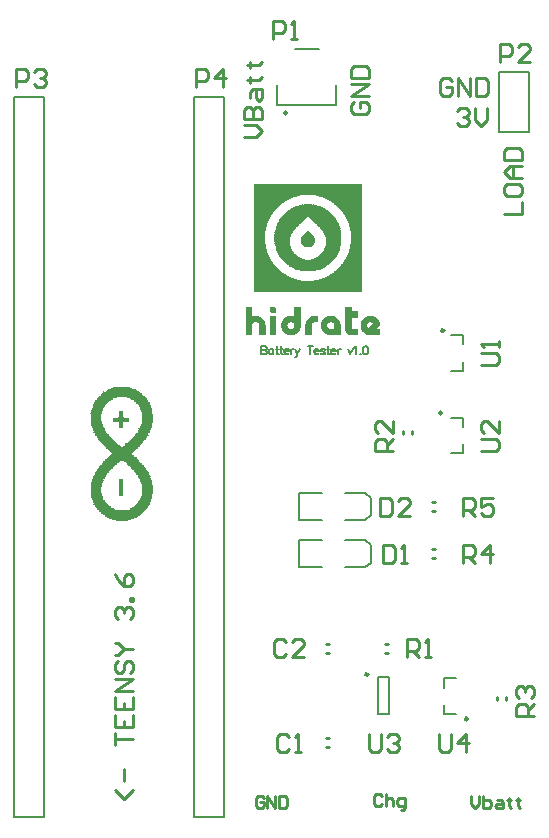
<source format=gto>
G04*
G04 #@! TF.GenerationSoftware,Altium Limited,Altium Designer,20.0.12 (288)*
G04*
G04 Layer_Color=65535*
%FSLAX44Y44*%
%MOMM*%
G71*
G01*
G75*
%ADD10C,0.2500*%
%ADD11C,0.2540*%
%ADD12C,0.2000*%
%ADD13C,0.1500*%
G36*
X331740Y573002D02*
Y572774D01*
Y572545D01*
Y572316D01*
Y572087D01*
Y571858D01*
Y571629D01*
Y571400D01*
Y571172D01*
Y570943D01*
Y570714D01*
Y570485D01*
Y570256D01*
Y570027D01*
Y569799D01*
Y569570D01*
Y569341D01*
Y569112D01*
Y568883D01*
Y568654D01*
Y568425D01*
Y568197D01*
Y567968D01*
Y567739D01*
Y567510D01*
Y567281D01*
Y567052D01*
Y566824D01*
Y566595D01*
Y566366D01*
Y566137D01*
Y565908D01*
Y565679D01*
Y565450D01*
Y565221D01*
Y564993D01*
Y564764D01*
Y564535D01*
Y564306D01*
Y564077D01*
Y563848D01*
Y563620D01*
Y563391D01*
Y563162D01*
Y562933D01*
Y562704D01*
Y562475D01*
Y562247D01*
Y562018D01*
Y561789D01*
Y561560D01*
Y561331D01*
Y561102D01*
Y560873D01*
Y560645D01*
Y560416D01*
Y560187D01*
Y559958D01*
Y559729D01*
Y559500D01*
Y559272D01*
Y559043D01*
Y558814D01*
Y558585D01*
Y558356D01*
Y558127D01*
Y557898D01*
Y557670D01*
Y557441D01*
Y557212D01*
Y556983D01*
Y556754D01*
Y556525D01*
Y556297D01*
Y556068D01*
Y555839D01*
Y555610D01*
Y555381D01*
Y555152D01*
Y554923D01*
Y554695D01*
Y554466D01*
Y554237D01*
Y554008D01*
Y553779D01*
Y553550D01*
Y553321D01*
Y553093D01*
Y552864D01*
Y552635D01*
Y552406D01*
Y552177D01*
Y551948D01*
Y551720D01*
Y551491D01*
Y551262D01*
Y551033D01*
Y550804D01*
Y550575D01*
Y550346D01*
Y550118D01*
Y549889D01*
Y549660D01*
Y549431D01*
Y549202D01*
Y548973D01*
Y548745D01*
Y548516D01*
Y548287D01*
Y548058D01*
Y547829D01*
Y547600D01*
Y547371D01*
Y547143D01*
Y546914D01*
Y546685D01*
Y546456D01*
Y546227D01*
Y545998D01*
Y545770D01*
Y545541D01*
Y545312D01*
Y545083D01*
Y544854D01*
Y544625D01*
Y544396D01*
Y544168D01*
Y543939D01*
Y543710D01*
Y543481D01*
Y543252D01*
Y543023D01*
Y542794D01*
Y542566D01*
Y542337D01*
Y542108D01*
Y541879D01*
Y541650D01*
Y541421D01*
Y541193D01*
Y540964D01*
Y540735D01*
Y540506D01*
Y540277D01*
Y540048D01*
Y539819D01*
Y539591D01*
Y539362D01*
Y539133D01*
Y538904D01*
Y538675D01*
Y538446D01*
Y538218D01*
Y537989D01*
Y537760D01*
Y537531D01*
Y537302D01*
Y537073D01*
Y536844D01*
Y536616D01*
Y536387D01*
Y536158D01*
Y535929D01*
Y535700D01*
Y535471D01*
Y535243D01*
Y535014D01*
Y534785D01*
Y534556D01*
Y534327D01*
Y534098D01*
Y533869D01*
Y533641D01*
Y533412D01*
Y533183D01*
Y532954D01*
Y532725D01*
Y532496D01*
Y532267D01*
Y532039D01*
Y531810D01*
Y531581D01*
Y531352D01*
Y531123D01*
Y530894D01*
Y530666D01*
Y530437D01*
Y530208D01*
Y529979D01*
Y529750D01*
Y529521D01*
Y529292D01*
Y529064D01*
Y528835D01*
Y528606D01*
Y528377D01*
Y528148D01*
Y527919D01*
Y527691D01*
Y527462D01*
Y527233D01*
Y527004D01*
Y526775D01*
Y526546D01*
Y526317D01*
Y526089D01*
Y525860D01*
Y525631D01*
Y525402D01*
Y525173D01*
Y524944D01*
Y524715D01*
Y524487D01*
Y524258D01*
Y524029D01*
Y523800D01*
Y523571D01*
Y523342D01*
Y523114D01*
Y522885D01*
Y522656D01*
Y522427D01*
Y522198D01*
Y521969D01*
Y521740D01*
Y521512D01*
Y521283D01*
Y521054D01*
Y520825D01*
Y520596D01*
Y520367D01*
Y520139D01*
Y519910D01*
Y519681D01*
Y519452D01*
Y519223D01*
Y518994D01*
Y518765D01*
Y518537D01*
Y518308D01*
Y518079D01*
Y517850D01*
Y517621D01*
Y517392D01*
Y517164D01*
Y516935D01*
Y516706D01*
Y516477D01*
Y516248D01*
Y516019D01*
Y515790D01*
Y515562D01*
Y515333D01*
Y515104D01*
Y514875D01*
Y514646D01*
Y514417D01*
Y514189D01*
Y513960D01*
Y513731D01*
Y513502D01*
Y513273D01*
Y513044D01*
Y512816D01*
Y512587D01*
Y512358D01*
Y512129D01*
Y511900D01*
Y511671D01*
Y511442D01*
Y511213D01*
Y510985D01*
Y510756D01*
Y510527D01*
Y510298D01*
Y510069D01*
Y509840D01*
Y509612D01*
Y509383D01*
Y509154D01*
Y508925D01*
Y508696D01*
Y508467D01*
Y508238D01*
Y508010D01*
Y507781D01*
Y507552D01*
Y507323D01*
Y507094D01*
Y506865D01*
Y506637D01*
Y506408D01*
Y506179D01*
Y505950D01*
Y505721D01*
Y505492D01*
Y505263D01*
Y505035D01*
Y504806D01*
Y504577D01*
Y504348D01*
Y504119D01*
Y503890D01*
Y503662D01*
Y503433D01*
Y503204D01*
Y502975D01*
Y502746D01*
Y502517D01*
Y502289D01*
Y502060D01*
Y501831D01*
Y501602D01*
Y501373D01*
Y501144D01*
Y500915D01*
Y500687D01*
Y500458D01*
Y500229D01*
Y500000D01*
Y499771D01*
Y499542D01*
Y499314D01*
Y499085D01*
Y498856D01*
Y498627D01*
Y498398D01*
Y498169D01*
Y497940D01*
Y497711D01*
Y497483D01*
Y497254D01*
Y497025D01*
Y496796D01*
Y496567D01*
Y496338D01*
Y496110D01*
Y495881D01*
Y495652D01*
Y495423D01*
Y495194D01*
Y494965D01*
Y494737D01*
Y494508D01*
Y494279D01*
Y494050D01*
Y493821D01*
Y493592D01*
Y493363D01*
Y493135D01*
Y492906D01*
Y492677D01*
Y492448D01*
Y492219D01*
Y491990D01*
Y491762D01*
Y491533D01*
Y491304D01*
Y491075D01*
Y490846D01*
Y490617D01*
Y490388D01*
Y490159D01*
Y489931D01*
Y489702D01*
Y489473D01*
Y489244D01*
Y489015D01*
Y488787D01*
Y488558D01*
Y488329D01*
Y488100D01*
Y487871D01*
Y487642D01*
Y487413D01*
Y487184D01*
Y486956D01*
Y486727D01*
Y486498D01*
Y486269D01*
Y486040D01*
Y485812D01*
Y485583D01*
Y485354D01*
Y485125D01*
Y484896D01*
Y484667D01*
Y484438D01*
Y484210D01*
Y483981D01*
Y483752D01*
Y483523D01*
Y483294D01*
Y483065D01*
Y482836D01*
Y482608D01*
Y482379D01*
Y482150D01*
Y481921D01*
Y481692D01*
X240201D01*
Y481921D01*
Y482150D01*
Y482379D01*
Y482608D01*
Y482836D01*
Y483065D01*
Y483294D01*
Y483523D01*
Y483752D01*
Y483981D01*
Y484210D01*
Y484438D01*
Y484667D01*
Y484896D01*
Y485125D01*
Y485354D01*
Y485583D01*
Y485812D01*
Y486040D01*
Y486269D01*
Y486498D01*
Y486727D01*
Y486956D01*
Y487184D01*
Y487413D01*
Y487642D01*
Y487871D01*
Y488100D01*
Y488329D01*
Y488558D01*
Y488787D01*
Y489015D01*
Y489244D01*
Y489473D01*
Y489702D01*
Y489931D01*
Y490159D01*
Y490388D01*
Y490617D01*
Y490846D01*
Y491075D01*
Y491304D01*
Y491533D01*
Y491762D01*
Y491990D01*
Y492219D01*
Y492448D01*
Y492677D01*
Y492906D01*
Y493135D01*
Y493363D01*
Y493592D01*
Y493821D01*
Y494050D01*
Y494279D01*
Y494508D01*
Y494737D01*
Y494965D01*
Y495194D01*
Y495423D01*
Y495652D01*
Y495881D01*
Y496110D01*
Y496338D01*
Y496567D01*
Y496796D01*
Y497025D01*
Y497254D01*
Y497483D01*
Y497711D01*
Y497940D01*
Y498169D01*
Y498398D01*
Y498627D01*
Y498856D01*
Y499085D01*
Y499314D01*
Y499542D01*
Y499771D01*
Y500000D01*
Y500229D01*
Y500458D01*
Y500687D01*
Y500915D01*
Y501144D01*
Y501373D01*
Y501602D01*
Y501831D01*
Y502060D01*
Y502289D01*
Y502517D01*
Y502746D01*
Y502975D01*
Y503204D01*
Y503433D01*
Y503662D01*
Y503890D01*
Y504119D01*
Y504348D01*
Y504577D01*
Y504806D01*
Y505035D01*
Y505263D01*
Y505492D01*
Y505721D01*
Y505950D01*
Y506179D01*
Y506408D01*
Y506637D01*
Y506865D01*
Y507094D01*
Y507323D01*
Y507552D01*
Y507781D01*
Y508010D01*
Y508238D01*
Y508467D01*
Y508696D01*
Y508925D01*
Y509154D01*
Y509383D01*
Y509612D01*
Y509840D01*
Y510069D01*
Y510298D01*
Y510527D01*
Y510756D01*
Y510985D01*
Y511213D01*
Y511442D01*
Y511671D01*
Y511900D01*
Y512129D01*
Y512358D01*
Y512587D01*
Y512816D01*
Y513044D01*
Y513273D01*
Y513502D01*
Y513731D01*
Y513960D01*
Y514189D01*
Y514417D01*
Y514646D01*
Y514875D01*
Y515104D01*
Y515333D01*
Y515562D01*
Y515790D01*
Y516019D01*
Y516248D01*
Y516477D01*
Y516706D01*
Y516935D01*
Y517164D01*
Y517392D01*
Y517621D01*
Y517850D01*
Y518079D01*
Y518308D01*
Y518537D01*
Y518765D01*
Y518994D01*
Y519223D01*
Y519452D01*
Y519681D01*
Y519910D01*
Y520139D01*
Y520367D01*
Y520596D01*
Y520825D01*
Y521054D01*
Y521283D01*
Y521512D01*
Y521740D01*
Y521969D01*
Y522198D01*
Y522427D01*
Y522656D01*
Y522885D01*
Y523114D01*
Y523342D01*
Y523571D01*
Y523800D01*
Y524029D01*
Y524258D01*
Y524487D01*
Y524715D01*
Y524944D01*
Y525173D01*
Y525402D01*
Y525631D01*
Y525860D01*
Y526089D01*
Y526317D01*
Y526546D01*
Y526775D01*
Y527004D01*
Y527233D01*
Y527462D01*
Y527691D01*
Y527919D01*
Y528148D01*
Y528377D01*
Y528606D01*
Y528835D01*
Y529064D01*
Y529292D01*
Y529521D01*
Y529750D01*
Y529979D01*
Y530208D01*
Y530437D01*
Y530666D01*
Y530894D01*
Y531123D01*
Y531352D01*
Y531581D01*
Y531810D01*
Y532039D01*
Y532267D01*
Y532496D01*
Y532725D01*
Y532954D01*
Y533183D01*
Y533412D01*
Y533641D01*
Y533869D01*
Y534098D01*
Y534327D01*
Y534556D01*
Y534785D01*
Y535014D01*
Y535243D01*
Y535471D01*
Y535700D01*
Y535929D01*
Y536158D01*
Y536387D01*
Y536616D01*
Y536844D01*
Y537073D01*
Y537302D01*
Y537531D01*
Y537760D01*
Y537989D01*
Y538218D01*
Y538446D01*
Y538675D01*
Y538904D01*
Y539133D01*
Y539362D01*
Y539591D01*
Y539819D01*
Y540048D01*
Y540277D01*
Y540506D01*
Y540735D01*
Y540964D01*
Y541193D01*
Y541421D01*
Y541650D01*
Y541879D01*
Y542108D01*
Y542337D01*
Y542566D01*
Y542794D01*
Y543023D01*
Y543252D01*
Y543481D01*
Y543710D01*
Y543939D01*
Y544168D01*
Y544396D01*
Y544625D01*
Y544854D01*
Y545083D01*
Y545312D01*
Y545541D01*
Y545770D01*
Y545998D01*
Y546227D01*
Y546456D01*
Y546685D01*
Y546914D01*
Y547143D01*
Y547371D01*
Y547600D01*
Y547829D01*
Y548058D01*
Y548287D01*
Y548516D01*
Y548745D01*
Y548973D01*
Y549202D01*
Y549431D01*
Y549660D01*
Y549889D01*
Y550118D01*
Y550346D01*
Y550575D01*
Y550804D01*
Y551033D01*
Y551262D01*
Y551491D01*
Y551720D01*
Y551948D01*
Y552177D01*
Y552406D01*
Y552635D01*
Y552864D01*
Y553093D01*
Y553321D01*
Y553550D01*
Y553779D01*
Y554008D01*
Y554237D01*
Y554466D01*
Y554695D01*
Y554923D01*
Y555152D01*
Y555381D01*
Y555610D01*
Y555839D01*
Y556068D01*
Y556297D01*
Y556525D01*
Y556754D01*
Y556983D01*
Y557212D01*
Y557441D01*
Y557670D01*
Y557898D01*
Y558127D01*
Y558356D01*
Y558585D01*
Y558814D01*
Y559043D01*
Y559272D01*
Y559500D01*
Y559729D01*
Y559958D01*
Y560187D01*
Y560416D01*
Y560645D01*
Y560873D01*
Y561102D01*
Y561331D01*
Y561560D01*
Y561789D01*
Y562018D01*
Y562247D01*
Y562475D01*
Y562704D01*
Y562933D01*
Y563162D01*
Y563391D01*
Y563620D01*
Y563848D01*
Y564077D01*
Y564306D01*
Y564535D01*
Y564764D01*
Y564993D01*
Y565221D01*
Y565450D01*
Y565679D01*
Y565908D01*
Y566137D01*
Y566366D01*
Y566595D01*
Y566824D01*
Y567052D01*
Y567281D01*
Y567510D01*
Y567739D01*
Y567968D01*
Y568197D01*
Y568425D01*
Y568654D01*
Y568883D01*
Y569112D01*
Y569341D01*
Y569570D01*
Y569799D01*
Y570027D01*
Y570256D01*
Y570485D01*
Y570714D01*
Y570943D01*
Y571172D01*
Y571400D01*
Y571629D01*
Y571858D01*
Y572087D01*
Y572316D01*
Y572545D01*
Y572774D01*
Y573002D01*
Y573231D01*
X331740D01*
Y573002D01*
D02*
G37*
G36*
X257138Y468851D02*
X257953D01*
Y468579D01*
X258224D01*
Y468308D01*
X258496D01*
Y468036D01*
X258768D01*
Y467765D01*
X259039D01*
Y467493D01*
Y467221D01*
X259311D01*
Y466950D01*
Y466678D01*
Y466407D01*
Y466135D01*
Y465863D01*
Y465592D01*
Y465320D01*
X259039D01*
Y465049D01*
Y464777D01*
X258768D01*
Y464506D01*
X258496D01*
Y464234D01*
X258224D01*
Y463962D01*
X257681D01*
Y463691D01*
X255508D01*
Y463962D01*
X254965D01*
Y464234D01*
X254694D01*
Y464506D01*
X254422D01*
Y464777D01*
X254151D01*
Y465049D01*
Y465320D01*
X253879D01*
Y465592D01*
Y465863D01*
Y466135D01*
Y466407D01*
Y466678D01*
Y466950D01*
Y467221D01*
Y467493D01*
Y467765D01*
Y468036D01*
Y468308D01*
Y468579D01*
Y468851D01*
Y469123D01*
X257138D01*
Y468851D01*
D02*
G37*
G36*
X279951D02*
Y468579D01*
Y468308D01*
Y468036D01*
Y467765D01*
Y467493D01*
Y467221D01*
Y466950D01*
Y466678D01*
Y466407D01*
Y466135D01*
Y465863D01*
Y465592D01*
Y465320D01*
Y465049D01*
Y464777D01*
Y464506D01*
Y464234D01*
Y463962D01*
Y463691D01*
Y463419D01*
Y463148D01*
Y462876D01*
Y462604D01*
Y462333D01*
Y462061D01*
Y461790D01*
Y461518D01*
Y461246D01*
Y460975D01*
Y460703D01*
Y460432D01*
Y460160D01*
Y459889D01*
Y459617D01*
Y459345D01*
Y459074D01*
Y458802D01*
Y458531D01*
Y458259D01*
Y457988D01*
Y457716D01*
Y457444D01*
Y457173D01*
Y456901D01*
Y456629D01*
Y456358D01*
Y456086D01*
Y455815D01*
Y455543D01*
Y455272D01*
Y455000D01*
Y454728D01*
Y454457D01*
Y454185D01*
Y453914D01*
Y453642D01*
Y453371D01*
Y453099D01*
Y452827D01*
Y452556D01*
Y452284D01*
Y452013D01*
X279680D01*
Y451741D01*
Y451469D01*
Y451198D01*
Y450926D01*
X279408D01*
Y450655D01*
Y450383D01*
Y450111D01*
X279137D01*
Y449840D01*
Y449568D01*
X278865D01*
Y449297D01*
Y449025D01*
X278593D01*
Y448754D01*
Y448482D01*
X278322D01*
Y448210D01*
X278050D01*
Y447939D01*
X277779D01*
Y447667D01*
X277507D01*
Y447396D01*
X277235D01*
Y447124D01*
X276964D01*
Y446852D01*
X276692D01*
Y446581D01*
X276421D01*
Y446309D01*
X275877D01*
Y446038D01*
X275606D01*
Y445766D01*
X275063D01*
Y445494D01*
X274248D01*
Y445223D01*
X273433D01*
Y444951D01*
X269631D01*
Y445223D01*
X268816D01*
Y445494D01*
X268001D01*
Y445766D01*
X267458D01*
Y446038D01*
X267187D01*
Y446309D01*
X266644D01*
Y446581D01*
X266372D01*
Y446852D01*
X266100D01*
Y447124D01*
X265829D01*
Y447396D01*
X265557D01*
Y447667D01*
X265286D01*
Y447939D01*
X265014D01*
Y448210D01*
X264742D01*
Y448482D01*
Y448754D01*
X264471D01*
Y449025D01*
X264199D01*
Y449297D01*
Y449568D01*
X263928D01*
Y449840D01*
Y450111D01*
X263656D01*
Y450383D01*
Y450655D01*
Y450926D01*
X263384D01*
Y451198D01*
Y451469D01*
Y451741D01*
Y452013D01*
Y452284D01*
X263113D01*
Y452556D01*
Y452827D01*
Y453099D01*
Y453371D01*
Y453642D01*
Y453914D01*
X263384D01*
Y454185D01*
Y454457D01*
Y454728D01*
Y455000D01*
Y455272D01*
Y455543D01*
X263656D01*
Y455815D01*
Y456086D01*
Y456358D01*
X263928D01*
Y456629D01*
Y456901D01*
X264199D01*
Y457173D01*
Y457444D01*
X264471D01*
Y457716D01*
X264742D01*
Y457988D01*
Y458259D01*
X265014D01*
Y458531D01*
X265286D01*
Y458802D01*
X265557D01*
Y459074D01*
X265829D01*
Y459345D01*
X266100D01*
Y459617D01*
X266372D01*
Y459889D01*
X266644D01*
Y460160D01*
X267187D01*
Y460432D01*
X267730D01*
Y460703D01*
X268273D01*
Y460975D01*
X268816D01*
Y461246D01*
X269903D01*
Y461518D01*
X273162D01*
Y461246D01*
X274520D01*
Y461518D01*
Y461790D01*
Y462061D01*
Y462333D01*
Y462604D01*
Y462876D01*
Y463148D01*
Y463419D01*
Y463691D01*
Y463962D01*
Y464234D01*
Y464506D01*
Y464777D01*
Y465049D01*
Y465320D01*
Y465592D01*
Y465863D01*
Y466135D01*
Y466407D01*
Y466678D01*
Y466950D01*
Y467221D01*
Y467493D01*
Y467765D01*
Y468036D01*
Y468308D01*
Y468579D01*
Y468851D01*
Y469123D01*
X279951D01*
Y468851D01*
D02*
G37*
G36*
X340515Y461246D02*
X341601D01*
Y460975D01*
X342145D01*
Y460703D01*
X342688D01*
Y460432D01*
X343231D01*
Y460160D01*
X343774D01*
Y459889D01*
X344046D01*
Y459617D01*
X344317D01*
Y459345D01*
X344589D01*
Y459074D01*
X344860D01*
Y458802D01*
X345132D01*
Y458531D01*
X345404D01*
Y458259D01*
X345675D01*
Y457988D01*
Y457716D01*
X345947D01*
Y457444D01*
X346218D01*
Y457173D01*
Y456901D01*
X346490D01*
Y456629D01*
Y456358D01*
X346762D01*
Y456086D01*
Y455815D01*
Y455543D01*
X347033D01*
Y455272D01*
Y455000D01*
Y454728D01*
Y454457D01*
Y454185D01*
Y453914D01*
Y453642D01*
Y453371D01*
X346762D01*
Y453099D01*
X346490D01*
Y452827D01*
X346218D01*
Y452556D01*
X345947D01*
Y452284D01*
X345675D01*
Y452013D01*
X345404D01*
Y451741D01*
X345132D01*
Y451469D01*
X344860D01*
Y451198D01*
X344589D01*
Y450926D01*
X344317D01*
Y450655D01*
X344046D01*
Y450383D01*
X347305D01*
Y450111D01*
Y449840D01*
Y449568D01*
Y449297D01*
Y449025D01*
Y448754D01*
Y448482D01*
Y448210D01*
Y447939D01*
Y447667D01*
Y447396D01*
Y447124D01*
Y446852D01*
Y446581D01*
Y446309D01*
Y446038D01*
Y445766D01*
Y445494D01*
Y445223D01*
Y444951D01*
X336984D01*
Y445223D01*
X336170D01*
Y445494D01*
X335355D01*
Y445766D01*
X334812D01*
Y446038D01*
X334540D01*
Y446309D01*
X333997D01*
Y446581D01*
X333725D01*
Y446852D01*
X333454D01*
Y447124D01*
X333182D01*
Y447396D01*
X332911D01*
Y447667D01*
X332639D01*
Y447939D01*
X332368D01*
Y448210D01*
X332096D01*
Y448482D01*
X331824D01*
Y448754D01*
Y449025D01*
X331553D01*
Y449297D01*
Y449568D01*
X331281D01*
Y449840D01*
Y450111D01*
X331009D01*
Y450383D01*
Y450655D01*
Y450926D01*
X330738D01*
Y451198D01*
Y451469D01*
Y451741D01*
Y452013D01*
X330466D01*
Y452284D01*
Y452556D01*
Y452827D01*
Y453099D01*
Y453371D01*
Y453642D01*
Y453914D01*
Y454185D01*
X330738D01*
Y454457D01*
Y454728D01*
Y455000D01*
Y455272D01*
Y455543D01*
X331009D01*
Y455815D01*
Y456086D01*
Y456358D01*
X331281D01*
Y456629D01*
Y456901D01*
X331553D01*
Y457173D01*
Y457444D01*
X331824D01*
Y457716D01*
X332096D01*
Y457988D01*
Y458259D01*
X332368D01*
Y458531D01*
X332639D01*
Y458802D01*
X332911D01*
Y459074D01*
X333182D01*
Y459345D01*
X333454D01*
Y459617D01*
X333725D01*
Y459889D01*
X333997D01*
Y460160D01*
X334540D01*
Y460432D01*
X335083D01*
Y460703D01*
X335626D01*
Y460975D01*
X336170D01*
Y461246D01*
X337256D01*
Y461518D01*
X340515D01*
Y461246D01*
D02*
G37*
G36*
X322862Y468851D02*
Y468579D01*
Y468308D01*
Y468036D01*
Y467765D01*
Y467493D01*
Y467221D01*
Y466950D01*
Y466678D01*
Y466407D01*
Y466135D01*
Y465863D01*
Y465592D01*
Y465320D01*
X328565D01*
Y465049D01*
Y464777D01*
Y464506D01*
Y464234D01*
Y463962D01*
Y463691D01*
Y463419D01*
Y463148D01*
Y462876D01*
Y462604D01*
Y462333D01*
Y462061D01*
Y461790D01*
Y461518D01*
Y461246D01*
Y460975D01*
Y460703D01*
Y460432D01*
Y460160D01*
Y459889D01*
X322862D01*
Y459617D01*
Y459345D01*
Y459074D01*
Y458802D01*
Y458531D01*
Y458259D01*
Y457988D01*
Y457716D01*
Y457444D01*
Y457173D01*
Y456901D01*
Y456629D01*
Y456358D01*
Y456086D01*
Y455815D01*
Y455543D01*
Y455272D01*
Y455000D01*
Y454728D01*
Y454457D01*
Y454185D01*
Y453914D01*
Y453642D01*
Y453371D01*
Y453099D01*
Y452827D01*
Y452556D01*
Y452284D01*
Y452013D01*
Y451741D01*
Y451469D01*
Y451198D01*
Y450926D01*
X323134D01*
Y450655D01*
X323405D01*
Y450383D01*
X328565D01*
Y450111D01*
Y449840D01*
Y449568D01*
Y449297D01*
Y449025D01*
Y448754D01*
Y448482D01*
Y448210D01*
Y447939D01*
Y447667D01*
Y447396D01*
Y447124D01*
Y446852D01*
Y446581D01*
Y446309D01*
Y446038D01*
Y445766D01*
Y445494D01*
Y445223D01*
Y444951D01*
X321504D01*
Y445223D01*
X320689D01*
Y445494D01*
X320146D01*
Y445766D01*
X319874D01*
Y446038D01*
X319331D01*
Y446309D01*
X319060D01*
Y446581D01*
X318788D01*
Y446852D01*
X318517D01*
Y447124D01*
Y447396D01*
X318245D01*
Y447667D01*
X317973D01*
Y447939D01*
Y448210D01*
Y448482D01*
X317702D01*
Y448754D01*
Y449025D01*
Y449297D01*
X317430D01*
Y449568D01*
Y449840D01*
Y450111D01*
Y450383D01*
Y450655D01*
Y450926D01*
Y451198D01*
Y451469D01*
Y451741D01*
Y452013D01*
Y452284D01*
Y452556D01*
Y452827D01*
Y453099D01*
Y453371D01*
Y453642D01*
Y453914D01*
Y454185D01*
Y454457D01*
Y454728D01*
Y455000D01*
Y455272D01*
Y455543D01*
Y455815D01*
Y456086D01*
Y456358D01*
Y456629D01*
Y456901D01*
Y457173D01*
Y457444D01*
Y457716D01*
Y457988D01*
Y458259D01*
Y458531D01*
Y458802D01*
Y459074D01*
Y459345D01*
Y459617D01*
Y459889D01*
Y460160D01*
Y460432D01*
Y460703D01*
Y460975D01*
Y461246D01*
Y461518D01*
Y461790D01*
Y462061D01*
Y462333D01*
Y462604D01*
Y462876D01*
Y463148D01*
Y463419D01*
Y463691D01*
Y463962D01*
Y464234D01*
Y464506D01*
Y464777D01*
Y465049D01*
Y465320D01*
Y465592D01*
Y465863D01*
Y466135D01*
Y466407D01*
Y466678D01*
Y466950D01*
Y467221D01*
Y467493D01*
Y467765D01*
Y468036D01*
Y468308D01*
Y468579D01*
Y468851D01*
Y469123D01*
X322862D01*
Y468851D01*
D02*
G37*
G36*
X306838Y461246D02*
X307925D01*
Y460975D01*
X308468D01*
Y460703D01*
X309011D01*
Y460432D01*
X309554D01*
Y460160D01*
X310097D01*
Y459889D01*
X310369D01*
Y459617D01*
X310641D01*
Y459345D01*
X310912D01*
Y459074D01*
X311184D01*
Y458802D01*
X311455D01*
Y458531D01*
X311727D01*
Y458259D01*
X311999D01*
Y457988D01*
Y457716D01*
X312270D01*
Y457444D01*
X312542D01*
Y457173D01*
Y456901D01*
X312813D01*
Y456629D01*
Y456358D01*
X313085D01*
Y456086D01*
Y455815D01*
Y455543D01*
X313356D01*
Y455272D01*
Y455000D01*
Y454728D01*
Y454457D01*
Y454185D01*
X313628D01*
Y453914D01*
Y453642D01*
Y453371D01*
Y453099D01*
Y452827D01*
Y452556D01*
Y452284D01*
Y452013D01*
Y451741D01*
Y451469D01*
Y451198D01*
Y450926D01*
Y450655D01*
Y450383D01*
Y450111D01*
Y449840D01*
Y449568D01*
Y449297D01*
Y449025D01*
Y448754D01*
Y448482D01*
Y448210D01*
Y447939D01*
Y447667D01*
Y447396D01*
Y447124D01*
Y446852D01*
Y446581D01*
Y446309D01*
Y446038D01*
Y445766D01*
Y445494D01*
Y445223D01*
Y444951D01*
X303308D01*
Y445223D01*
X302493D01*
Y445494D01*
X301678D01*
Y445766D01*
X301135D01*
Y446038D01*
X300863D01*
Y446309D01*
X300320D01*
Y446581D01*
X300049D01*
Y446852D01*
X299777D01*
Y447124D01*
X299506D01*
Y447396D01*
X299234D01*
Y447667D01*
X298962D01*
Y447939D01*
X298691D01*
Y448210D01*
X298419D01*
Y448482D01*
X298148D01*
Y448754D01*
Y449025D01*
X297876D01*
Y449297D01*
Y449568D01*
X297604D01*
Y449840D01*
Y450111D01*
X297333D01*
Y450383D01*
Y450655D01*
Y450926D01*
X297061D01*
Y451198D01*
Y451469D01*
Y451741D01*
Y452013D01*
Y452284D01*
X296790D01*
Y452556D01*
Y452827D01*
Y453099D01*
Y453371D01*
Y453642D01*
Y453914D01*
Y454185D01*
X297061D01*
Y454457D01*
Y454728D01*
Y455000D01*
Y455272D01*
Y455543D01*
X297333D01*
Y455815D01*
Y456086D01*
Y456358D01*
X297604D01*
Y456629D01*
Y456901D01*
X297876D01*
Y457173D01*
Y457444D01*
X298148D01*
Y457716D01*
X298419D01*
Y457988D01*
Y458259D01*
X298691D01*
Y458531D01*
X298962D01*
Y458802D01*
X299234D01*
Y459074D01*
X299506D01*
Y459345D01*
X299777D01*
Y459617D01*
X300049D01*
Y459889D01*
X300320D01*
Y460160D01*
X300863D01*
Y460432D01*
X301407D01*
Y460703D01*
X301950D01*
Y460975D01*
X302493D01*
Y461246D01*
X303579D01*
Y461518D01*
X306838D01*
Y461246D01*
D02*
G37*
G36*
X294889D02*
Y460975D01*
Y460703D01*
Y460432D01*
Y460160D01*
Y459889D01*
Y459617D01*
Y459345D01*
Y459074D01*
Y458802D01*
Y458531D01*
Y458259D01*
Y457988D01*
Y457716D01*
Y457444D01*
Y457173D01*
Y456901D01*
Y456629D01*
Y456358D01*
Y456086D01*
X291086D01*
Y455815D01*
X290543D01*
Y455543D01*
X290272D01*
Y455272D01*
X290000D01*
Y455000D01*
X289728D01*
Y454728D01*
X289457D01*
Y454457D01*
Y454185D01*
Y453914D01*
X289185D01*
Y453642D01*
Y453371D01*
Y453099D01*
Y452827D01*
Y452556D01*
Y452284D01*
Y452013D01*
Y451741D01*
Y451469D01*
Y451198D01*
Y450926D01*
Y450655D01*
Y450383D01*
Y450111D01*
Y449840D01*
Y449568D01*
Y449297D01*
Y449025D01*
Y448754D01*
Y448482D01*
Y448210D01*
Y447939D01*
Y447667D01*
Y447396D01*
Y447124D01*
Y446852D01*
Y446581D01*
Y446309D01*
Y446038D01*
Y445766D01*
Y445494D01*
Y445223D01*
Y444951D01*
X283754D01*
Y445223D01*
Y445494D01*
Y445766D01*
Y446038D01*
Y446309D01*
Y446581D01*
Y446852D01*
Y447124D01*
Y447396D01*
Y447667D01*
Y447939D01*
Y448210D01*
Y448482D01*
Y448754D01*
Y449025D01*
Y449297D01*
Y449568D01*
Y449840D01*
Y450111D01*
Y450383D01*
Y450655D01*
Y450926D01*
Y451198D01*
Y451469D01*
Y451741D01*
Y452013D01*
Y452284D01*
Y452556D01*
Y452827D01*
Y453099D01*
Y453371D01*
Y453642D01*
Y453914D01*
Y454185D01*
Y454457D01*
X284025D01*
Y454728D01*
Y455000D01*
Y455272D01*
Y455543D01*
X284297D01*
Y455815D01*
Y456086D01*
Y456358D01*
X284568D01*
Y456629D01*
Y456901D01*
X284840D01*
Y457173D01*
Y457444D01*
X285111D01*
Y457716D01*
Y457988D01*
X285383D01*
Y458259D01*
X285655D01*
Y458531D01*
X285926D01*
Y458802D01*
X286198D01*
Y459074D01*
X286469D01*
Y459345D01*
X286741D01*
Y459617D01*
X287013D01*
Y459889D01*
X287284D01*
Y460160D01*
X287827D01*
Y460432D01*
X288099D01*
Y460703D01*
X288914D01*
Y460975D01*
X289457D01*
Y461246D01*
X290543D01*
Y461518D01*
X294889D01*
Y461246D01*
D02*
G37*
G36*
X259311D02*
Y460975D01*
Y460703D01*
Y460432D01*
Y460160D01*
Y459889D01*
Y459617D01*
Y459345D01*
Y459074D01*
Y458802D01*
Y458531D01*
Y458259D01*
Y457988D01*
Y457716D01*
Y457444D01*
Y457173D01*
Y456901D01*
Y456629D01*
Y456358D01*
Y456086D01*
Y455815D01*
Y455543D01*
Y455272D01*
Y455000D01*
Y454728D01*
Y454457D01*
Y454185D01*
Y453914D01*
Y453642D01*
Y453371D01*
Y453099D01*
Y452827D01*
Y452556D01*
Y452284D01*
Y452013D01*
Y451741D01*
Y451469D01*
Y451198D01*
Y450926D01*
Y450655D01*
Y450383D01*
Y450111D01*
Y449840D01*
Y449568D01*
Y449297D01*
Y449025D01*
Y448754D01*
Y448482D01*
Y448210D01*
Y447939D01*
Y447667D01*
Y447396D01*
Y447124D01*
Y446852D01*
Y446581D01*
Y446309D01*
Y446038D01*
Y445766D01*
Y445494D01*
Y445223D01*
Y444951D01*
X253879D01*
Y445223D01*
Y445494D01*
Y445766D01*
Y446038D01*
Y446309D01*
Y446581D01*
Y446852D01*
Y447124D01*
Y447396D01*
Y447667D01*
Y447939D01*
Y448210D01*
Y448482D01*
Y448754D01*
Y449025D01*
Y449297D01*
Y449568D01*
Y449840D01*
Y450111D01*
Y450383D01*
Y450655D01*
Y450926D01*
Y451198D01*
Y451469D01*
Y451741D01*
Y452013D01*
Y452284D01*
Y452556D01*
Y452827D01*
Y453099D01*
Y453371D01*
Y453642D01*
Y453914D01*
Y454185D01*
Y454457D01*
Y454728D01*
Y455000D01*
Y455272D01*
Y455543D01*
Y455815D01*
Y456086D01*
Y456358D01*
Y456629D01*
Y456901D01*
Y457173D01*
Y457444D01*
Y457716D01*
Y457988D01*
Y458259D01*
Y458531D01*
Y458802D01*
Y459074D01*
Y459345D01*
Y459617D01*
Y459889D01*
Y460160D01*
Y460432D01*
Y460703D01*
Y460975D01*
Y461246D01*
Y461518D01*
X259311D01*
Y461246D01*
D02*
G37*
G36*
X238670Y468851D02*
Y468579D01*
Y468308D01*
Y468036D01*
Y467765D01*
Y467493D01*
Y467221D01*
Y466950D01*
Y466678D01*
Y466407D01*
Y466135D01*
Y465863D01*
Y465592D01*
Y465320D01*
Y465049D01*
Y464777D01*
Y464506D01*
Y464234D01*
Y463962D01*
Y463691D01*
Y463419D01*
Y463148D01*
Y462876D01*
Y462604D01*
Y462333D01*
Y462061D01*
Y461790D01*
Y461518D01*
Y461246D01*
X240028D01*
Y461518D01*
X243287D01*
Y461246D01*
X244373D01*
Y460975D01*
X244917D01*
Y460703D01*
X245460D01*
Y460432D01*
X246003D01*
Y460160D01*
X246546D01*
Y459889D01*
X246818D01*
Y459617D01*
X247089D01*
Y459345D01*
X247361D01*
Y459074D01*
X247633D01*
Y458802D01*
X247904D01*
Y458531D01*
X248176D01*
Y458259D01*
X248447D01*
Y457988D01*
Y457716D01*
X248719D01*
Y457444D01*
X248990D01*
Y457173D01*
Y456901D01*
X249262D01*
Y456629D01*
Y456358D01*
X249534D01*
Y456086D01*
Y455815D01*
Y455543D01*
X249805D01*
Y455272D01*
Y455000D01*
Y454728D01*
Y454457D01*
Y454185D01*
Y453914D01*
X250077D01*
Y453642D01*
Y453371D01*
Y453099D01*
Y452827D01*
Y452556D01*
Y452284D01*
Y452013D01*
Y451741D01*
Y451469D01*
Y451198D01*
Y450926D01*
Y450655D01*
Y450383D01*
Y450111D01*
Y449840D01*
Y449568D01*
Y449297D01*
Y449025D01*
Y448754D01*
Y448482D01*
Y448210D01*
Y447939D01*
Y447667D01*
Y447396D01*
Y447124D01*
Y446852D01*
Y446581D01*
Y446309D01*
Y446038D01*
Y445766D01*
Y445494D01*
Y445223D01*
Y444951D01*
X244373D01*
Y445223D01*
Y445494D01*
Y445766D01*
Y446038D01*
Y446309D01*
Y446581D01*
Y446852D01*
Y447124D01*
Y447396D01*
Y447667D01*
Y447939D01*
Y448210D01*
Y448482D01*
Y448754D01*
Y449025D01*
Y449297D01*
Y449568D01*
Y449840D01*
Y450111D01*
Y450383D01*
Y450655D01*
Y450926D01*
Y451198D01*
Y451469D01*
Y451741D01*
Y452013D01*
Y452284D01*
Y452556D01*
Y452827D01*
Y453099D01*
Y453371D01*
Y453642D01*
Y453914D01*
Y454185D01*
Y454457D01*
X244102D01*
Y454728D01*
Y455000D01*
X243830D01*
Y455272D01*
X243559D01*
Y455543D01*
X243287D01*
Y455815D01*
X242472D01*
Y456086D01*
X240571D01*
Y455815D01*
X240028D01*
Y455543D01*
X239757D01*
Y455272D01*
X239485D01*
Y455000D01*
X239213D01*
Y454728D01*
Y454457D01*
X238942D01*
Y454185D01*
Y453914D01*
X238670D01*
Y453642D01*
Y453371D01*
Y453099D01*
Y452827D01*
Y452556D01*
Y452284D01*
Y452013D01*
Y451741D01*
Y451469D01*
Y451198D01*
Y450926D01*
Y450655D01*
Y450383D01*
Y450111D01*
Y449840D01*
Y449568D01*
Y449297D01*
Y449025D01*
Y448754D01*
Y448482D01*
Y448210D01*
Y447939D01*
Y447667D01*
Y447396D01*
Y447124D01*
Y446852D01*
Y446581D01*
Y446309D01*
Y446038D01*
Y445766D01*
Y445494D01*
Y445223D01*
Y444951D01*
X233238D01*
Y445223D01*
Y445494D01*
Y445766D01*
Y446038D01*
Y446309D01*
Y446581D01*
Y446852D01*
Y447124D01*
Y447396D01*
Y447667D01*
Y447939D01*
Y448210D01*
Y448482D01*
Y448754D01*
Y449025D01*
Y449297D01*
Y449568D01*
Y449840D01*
Y450111D01*
Y450383D01*
Y450655D01*
Y450926D01*
Y451198D01*
Y451469D01*
Y451741D01*
Y452013D01*
Y452284D01*
Y452556D01*
Y452827D01*
Y453099D01*
Y453371D01*
Y453642D01*
Y453914D01*
Y454185D01*
Y454457D01*
Y454728D01*
Y455000D01*
Y455272D01*
Y455543D01*
Y455815D01*
Y456086D01*
Y456358D01*
Y456629D01*
Y456901D01*
Y457173D01*
Y457444D01*
Y457716D01*
Y457988D01*
Y458259D01*
Y458531D01*
Y458802D01*
Y459074D01*
Y459345D01*
Y459617D01*
Y459889D01*
Y460160D01*
Y460432D01*
Y460703D01*
Y460975D01*
Y461246D01*
Y461518D01*
Y461790D01*
Y462061D01*
Y462333D01*
Y462604D01*
Y462876D01*
Y463148D01*
Y463419D01*
Y463691D01*
Y463962D01*
Y464234D01*
Y464506D01*
Y464777D01*
Y465049D01*
Y465320D01*
Y465592D01*
Y465863D01*
Y466135D01*
Y466407D01*
Y466678D01*
Y466950D01*
Y467221D01*
Y467493D01*
Y467765D01*
Y468036D01*
Y468308D01*
Y468579D01*
Y468851D01*
Y469123D01*
X238670D01*
Y468851D01*
D02*
G37*
G36*
X133450Y401044D02*
X135132D01*
Y400483D01*
X137374D01*
Y399923D01*
X138494D01*
Y400483D01*
X139055D01*
Y399362D01*
X140176D01*
Y398802D01*
X141297D01*
Y398242D01*
X141857D01*
Y398802D01*
X142417D01*
Y397681D01*
X142978D01*
Y397121D01*
X144099D01*
Y396000D01*
X145220D01*
Y395439D01*
X145780D01*
Y394879D01*
X146901D01*
Y394318D01*
X147461D01*
Y393198D01*
X148022D01*
Y392637D01*
X148582D01*
Y391516D01*
X149703D01*
Y390395D01*
X150264D01*
Y389835D01*
X150824D01*
Y388714D01*
X151384D01*
Y388154D01*
X151945D01*
Y386472D01*
X152505D01*
Y385912D01*
X153066D01*
Y383670D01*
X153626D01*
Y382549D01*
X154187D01*
Y378626D01*
X154747D01*
Y371901D01*
X154187D01*
Y371340D01*
X154747D01*
Y370780D01*
X154187D01*
Y368538D01*
X153626D01*
Y366297D01*
X153066D01*
Y365176D01*
X152505D01*
Y364055D01*
X151945D01*
Y362374D01*
X150824D01*
Y360692D01*
X151384D01*
Y360132D01*
X149703D01*
Y358451D01*
X149143D01*
Y357890D01*
X148582D01*
Y356769D01*
X148022D01*
Y356209D01*
X147461D01*
Y355088D01*
X146901D01*
Y355648D01*
X146341D01*
Y355088D01*
X146901D01*
Y354527D01*
X146341D01*
Y353967D01*
X145780D01*
Y353407D01*
X145220D01*
Y352846D01*
X144659D01*
Y352286D01*
X144099D01*
Y351165D01*
X143538D01*
Y350604D01*
X142978D01*
Y350044D01*
X141857D01*
Y348923D01*
X140736D01*
Y348363D01*
X140176D01*
Y347802D01*
X139615D01*
Y347242D01*
X139055D01*
Y346681D01*
X138494D01*
Y346121D01*
X137934D01*
Y345560D01*
X137374D01*
Y345000D01*
X136813D01*
Y344440D01*
X137374D01*
Y343319D01*
X138494D01*
Y342198D01*
X139615D01*
Y341637D01*
X140176D01*
Y341077D01*
X140736D01*
Y341637D01*
X141297D01*
Y340517D01*
X141857D01*
Y338835D01*
X142417D01*
Y339396D01*
X142978D01*
Y337714D01*
X143538D01*
Y338275D01*
X144099D01*
Y336594D01*
X145220D01*
Y336033D01*
X145780D01*
Y335473D01*
X146341D01*
Y334912D01*
X146901D01*
Y334352D01*
X147461D01*
Y333231D01*
X148022D01*
Y332670D01*
X148582D01*
Y330989D01*
X149703D01*
Y329868D01*
X150264D01*
Y329308D01*
X151384D01*
Y328747D01*
X150824D01*
Y328187D01*
X151384D01*
Y327066D01*
X151945D01*
Y325945D01*
X153066D01*
Y325385D01*
X152505D01*
Y324264D01*
X153066D01*
Y322583D01*
X153626D01*
Y320901D01*
X154187D01*
Y318659D01*
X154747D01*
Y310813D01*
X154187D01*
Y306890D01*
X153626D01*
Y306330D01*
X153066D01*
Y305769D01*
X153626D01*
Y305209D01*
X153066D01*
Y303528D01*
X152505D01*
Y302407D01*
X151945D01*
Y301286D01*
X151384D01*
Y300725D01*
X150824D01*
Y299605D01*
X150264D01*
Y299044D01*
X149703D01*
Y297923D01*
X149143D01*
Y297363D01*
X148582D01*
Y296802D01*
X148022D01*
Y296242D01*
X147461D01*
Y295121D01*
X146341D01*
Y294561D01*
X145780D01*
Y294000D01*
X145220D01*
Y293440D01*
X144659D01*
Y292879D01*
X143538D01*
Y292319D01*
X142978D01*
Y291758D01*
X142417D01*
Y290638D01*
X141857D01*
Y291198D01*
X141297D01*
Y290638D01*
X140176D01*
Y290077D01*
X139055D01*
Y289517D01*
X137374D01*
Y288956D01*
X136813D01*
Y289517D01*
X136253D01*
Y288956D01*
X135692D01*
Y288396D01*
X133450D01*
Y287835D01*
X124483D01*
Y288396D01*
X123923D01*
Y287835D01*
X123363D01*
Y288396D01*
X121121D01*
Y288956D01*
X120000D01*
Y289517D01*
X117758D01*
Y290077D01*
X116637D01*
Y290638D01*
X115517D01*
Y291198D01*
X114396D01*
Y291758D01*
X113835D01*
Y292879D01*
X112154D01*
Y293440D01*
X111593D01*
Y294000D01*
X111033D01*
Y294561D01*
X110473D01*
Y295121D01*
X109912D01*
Y295682D01*
X109352D01*
Y296242D01*
X108791D01*
Y296802D01*
X108231D01*
Y297363D01*
X107670D01*
Y297923D01*
X107110D01*
Y299044D01*
X106550D01*
Y299605D01*
X105989D01*
Y300725D01*
X105429D01*
Y301286D01*
X104308D01*
Y301846D01*
X104868D01*
Y302967D01*
X104308D01*
Y304088D01*
X103747D01*
Y305769D01*
X103187D01*
Y307451D01*
X102626D01*
Y310253D01*
X102066D01*
Y316978D01*
X102626D01*
Y320901D01*
X103187D01*
Y323143D01*
X103747D01*
Y324264D01*
X104308D01*
Y325945D01*
X104868D01*
Y327066D01*
X105429D01*
Y328187D01*
X105989D01*
Y329308D01*
X106550D01*
Y329868D01*
X107110D01*
Y330989D01*
X107670D01*
Y331549D01*
X108231D01*
Y332670D01*
X108791D01*
Y333231D01*
X109352D01*
Y334352D01*
X109912D01*
Y334912D01*
X110473D01*
Y335473D01*
X111593D01*
Y337154D01*
X112154D01*
Y336594D01*
X112714D01*
Y337154D01*
X112154D01*
Y337714D01*
X112714D01*
Y338275D01*
X113275D01*
Y338835D01*
X113835D01*
Y339396D01*
X114396D01*
Y339956D01*
X114956D01*
Y340517D01*
X115517D01*
Y339956D01*
X116077D01*
Y341077D01*
X116637D01*
Y341637D01*
X117198D01*
Y342198D01*
X117758D01*
Y342758D01*
X118319D01*
Y343319D01*
X119439D01*
Y344440D01*
X120000D01*
Y345000D01*
X119439D01*
Y345560D01*
X118879D01*
Y346121D01*
X118319D01*
Y346681D01*
X117758D01*
Y347242D01*
X117198D01*
Y347802D01*
X116637D01*
Y348363D01*
X116077D01*
Y348923D01*
X114956D01*
Y350044D01*
X113835D01*
Y351165D01*
X113275D01*
Y351725D01*
X112714D01*
Y352286D01*
X112154D01*
Y352846D01*
X111593D01*
Y353407D01*
X111033D01*
Y353967D01*
X110473D01*
Y354527D01*
X109912D01*
Y355648D01*
X109352D01*
Y356209D01*
X108791D01*
Y356769D01*
X108231D01*
Y357890D01*
X107670D01*
Y358451D01*
X107110D01*
Y360132D01*
X105989D01*
Y362374D01*
X104308D01*
Y362934D01*
X104868D01*
Y364055D01*
X104308D01*
Y365176D01*
X103747D01*
Y366857D01*
X103187D01*
Y368538D01*
X102066D01*
Y369099D01*
X102626D01*
Y371340D01*
X102066D01*
Y371901D01*
X102626D01*
Y372461D01*
X102066D01*
Y378066D01*
X102626D01*
Y378626D01*
X101506D01*
Y379187D01*
X102626D01*
Y381989D01*
X103187D01*
Y383670D01*
X103747D01*
Y385351D01*
X104308D01*
Y386472D01*
X104868D01*
Y388154D01*
X105429D01*
Y388714D01*
X105989D01*
Y389835D01*
X106550D01*
Y390395D01*
X107110D01*
Y391516D01*
X107670D01*
Y392077D01*
X108231D01*
Y392637D01*
X108791D01*
Y393198D01*
X109352D01*
Y393758D01*
X110473D01*
Y394879D01*
X111033D01*
Y395439D01*
X111593D01*
Y396000D01*
X112714D01*
Y397681D01*
X113275D01*
Y397121D01*
X113835D01*
Y397681D01*
X114396D01*
Y397121D01*
X114956D01*
Y397681D01*
X114396D01*
Y398242D01*
X116077D01*
Y398802D01*
X116637D01*
Y399362D01*
X118319D01*
Y399923D01*
X119439D01*
Y400483D01*
X121121D01*
Y401044D01*
X123363D01*
Y401604D01*
X133450D01*
Y401044D01*
D02*
G37*
%LPC*%
G36*
X289861Y563848D02*
X282081D01*
Y563620D01*
X280479D01*
Y563391D01*
X279563D01*
Y563162D01*
X278190D01*
Y562933D01*
X277046D01*
Y562704D01*
X276359D01*
Y562475D01*
X275673D01*
Y562247D01*
X275444D01*
Y562018D01*
X275215D01*
Y562247D01*
X274757D01*
Y562018D01*
X274071D01*
Y561789D01*
X273613D01*
Y561560D01*
Y561331D01*
X273384D01*
Y561560D01*
X272927D01*
Y561331D01*
X272240D01*
Y561102D01*
X271782D01*
Y560873D01*
X271325D01*
Y560645D01*
Y560416D01*
X271096D01*
Y560645D01*
X270638D01*
Y560416D01*
X270180D01*
Y560187D01*
X269952D01*
Y559958D01*
X269494D01*
Y559729D01*
X268807D01*
Y559500D01*
X268579D01*
Y559272D01*
X268121D01*
Y559043D01*
X267663D01*
Y558814D01*
X267206D01*
Y558585D01*
X266977D01*
Y558356D01*
X266748D01*
Y558127D01*
X266290D01*
Y557898D01*
X265832D01*
Y557670D01*
X265604D01*
Y557441D01*
X265375D01*
Y557212D01*
X264917D01*
Y556983D01*
X264688D01*
Y556754D01*
X264230D01*
Y556525D01*
X264002D01*
Y556297D01*
X263773D01*
Y556068D01*
X263544D01*
Y555839D01*
Y555610D01*
Y555381D01*
X263315D01*
Y555610D01*
Y555839D01*
X263086D01*
Y555610D01*
X262857D01*
Y555381D01*
X262629D01*
Y555152D01*
X262400D01*
Y554923D01*
X261942D01*
Y554695D01*
X261713D01*
Y554466D01*
X261484D01*
Y554237D01*
X261255D01*
Y554008D01*
X261027D01*
Y553779D01*
X260798D01*
Y553550D01*
X260569D01*
Y553321D01*
X260340D01*
Y553093D01*
X260111D01*
Y552864D01*
X259882D01*
Y552635D01*
X259653D01*
Y552406D01*
X259425D01*
Y552177D01*
X259196D01*
Y551948D01*
X258967D01*
Y551720D01*
X258738D01*
Y551491D01*
X258509D01*
Y551262D01*
Y551033D01*
X258281D01*
Y550804D01*
X258052D01*
Y550575D01*
X257823D01*
Y550346D01*
X257594D01*
Y550118D01*
Y549889D01*
X257136D01*
Y549660D01*
Y549431D01*
X256907D01*
Y549202D01*
X256679D01*
Y548973D01*
Y548745D01*
X256450D01*
Y548516D01*
X256221D01*
Y548287D01*
X255992D01*
Y548058D01*
Y547829D01*
X255763D01*
Y547600D01*
X255534D01*
Y547371D01*
X255305D01*
Y547143D01*
Y546914D01*
Y546685D01*
X255077D01*
Y546456D01*
X254848D01*
Y546227D01*
X254619D01*
Y545998D01*
Y545770D01*
X254390D01*
Y545541D01*
Y545312D01*
X254161D01*
Y545083D01*
Y544854D01*
X253932D01*
Y544625D01*
X253703D01*
Y544396D01*
Y544168D01*
Y543939D01*
X253475D01*
Y543710D01*
Y543481D01*
X253246D01*
Y543252D01*
X253017D01*
Y543023D01*
Y542794D01*
X252788D01*
Y542566D01*
Y542337D01*
X253017D01*
Y542108D01*
X252559D01*
Y541879D01*
Y541650D01*
X252330D01*
Y541421D01*
Y541193D01*
X252102D01*
Y540964D01*
Y540735D01*
Y540506D01*
X251873D01*
Y540277D01*
Y540048D01*
X252330D01*
Y539819D01*
X251644D01*
Y539591D01*
Y539362D01*
X251415D01*
Y539133D01*
Y538904D01*
Y538675D01*
X251186D01*
Y538446D01*
Y538218D01*
X251415D01*
Y537989D01*
X251186D01*
Y537760D01*
Y537531D01*
X250957D01*
Y537302D01*
Y537073D01*
X250728D01*
Y536844D01*
Y536616D01*
Y536387D01*
X250500D01*
Y536158D01*
Y535929D01*
Y535700D01*
Y535471D01*
Y535243D01*
X250271D01*
Y535014D01*
Y534785D01*
Y534556D01*
Y534327D01*
Y534098D01*
Y533869D01*
X250042D01*
Y533641D01*
Y533412D01*
Y533183D01*
Y532954D01*
X249813D01*
Y532725D01*
Y532496D01*
Y532267D01*
Y532039D01*
Y531810D01*
Y531581D01*
Y531352D01*
X249584D01*
Y531123D01*
Y530894D01*
Y530666D01*
Y530437D01*
Y530208D01*
Y529979D01*
Y529750D01*
Y529521D01*
Y529292D01*
Y529064D01*
Y528835D01*
Y528606D01*
Y528377D01*
Y528148D01*
Y527919D01*
Y527691D01*
Y527462D01*
Y527233D01*
Y527004D01*
Y526775D01*
Y526546D01*
Y526317D01*
Y526089D01*
Y525860D01*
Y525631D01*
Y525402D01*
Y525173D01*
Y524944D01*
Y524715D01*
Y524487D01*
Y524258D01*
Y524029D01*
Y523800D01*
Y523571D01*
X249813D01*
Y523342D01*
Y523114D01*
Y522885D01*
Y522656D01*
Y522427D01*
Y522198D01*
Y521969D01*
X250042D01*
Y521740D01*
Y521512D01*
Y521283D01*
Y521054D01*
X250271D01*
Y520825D01*
Y520596D01*
Y520367D01*
Y520139D01*
Y519910D01*
Y519681D01*
X250500D01*
Y519452D01*
Y519223D01*
Y518994D01*
Y518765D01*
Y518537D01*
X250728D01*
Y518308D01*
Y518079D01*
Y517850D01*
X250957D01*
Y517621D01*
Y517392D01*
X251186D01*
Y517164D01*
Y516935D01*
X251415D01*
Y516706D01*
X251186D01*
Y516477D01*
Y516248D01*
X251415D01*
Y516019D01*
Y515790D01*
Y515562D01*
X251644D01*
Y515333D01*
Y515104D01*
X252102D01*
Y514875D01*
X251873D01*
Y514646D01*
Y514417D01*
X252102D01*
Y514189D01*
Y513960D01*
Y513731D01*
X252330D01*
Y513502D01*
Y513273D01*
X252559D01*
Y513044D01*
Y512816D01*
X253017D01*
Y512587D01*
X252788D01*
Y512358D01*
Y512129D01*
X253017D01*
Y511900D01*
Y511671D01*
X253246D01*
Y511442D01*
X253475D01*
Y511213D01*
Y510985D01*
X253703D01*
Y510756D01*
Y510527D01*
Y510298D01*
X253932D01*
Y510069D01*
X254161D01*
Y509840D01*
Y509612D01*
X254390D01*
Y509383D01*
Y509154D01*
X254619D01*
Y508925D01*
Y508696D01*
X254848D01*
Y508467D01*
X255077D01*
Y508238D01*
X255305D01*
Y508010D01*
Y507781D01*
Y507552D01*
X255534D01*
Y507323D01*
X255763D01*
Y507094D01*
X255992D01*
Y506865D01*
Y506637D01*
X256221D01*
Y506408D01*
X256450D01*
Y506179D01*
X256679D01*
Y505950D01*
Y505721D01*
X256907D01*
Y505492D01*
X257136D01*
Y505263D01*
Y505035D01*
X257365D01*
Y504806D01*
X257594D01*
Y504577D01*
X257823D01*
Y504348D01*
X258052D01*
Y504119D01*
X258281D01*
Y503890D01*
X258509D01*
Y503662D01*
Y503433D01*
X258738D01*
Y503204D01*
X258967D01*
Y502975D01*
X259196D01*
Y502746D01*
X259425D01*
Y502517D01*
X259653D01*
Y502289D01*
X259882D01*
Y502060D01*
X260111D01*
Y501831D01*
X260340D01*
Y501602D01*
X260569D01*
Y501373D01*
X260798D01*
Y501144D01*
X261027D01*
Y500915D01*
X261255D01*
Y500687D01*
X261484D01*
Y500458D01*
X261713D01*
Y500229D01*
X261942D01*
Y500000D01*
X262400D01*
Y499771D01*
X262629D01*
Y499542D01*
X262857D01*
Y499314D01*
X263086D01*
Y499085D01*
X263315D01*
Y498856D01*
X263544D01*
Y498627D01*
X264002D01*
Y498398D01*
X264230D01*
Y498169D01*
X264459D01*
Y497940D01*
X264917D01*
Y497711D01*
X265375D01*
Y497483D01*
X265604D01*
Y497254D01*
X265832D01*
Y497025D01*
X266290D01*
Y496796D01*
X266748D01*
Y496567D01*
X266977D01*
Y496338D01*
X267206D01*
Y496110D01*
X267663D01*
Y495881D01*
X268121D01*
Y495652D01*
X268579D01*
Y495423D01*
X268807D01*
Y495194D01*
X269494D01*
Y494965D01*
X269952D01*
Y494737D01*
X270180D01*
Y494508D01*
X270638D01*
Y494279D01*
X271096D01*
Y494508D01*
X271325D01*
Y494279D01*
Y494050D01*
X271782D01*
Y493821D01*
X272240D01*
Y493592D01*
X272927D01*
Y493363D01*
X273384D01*
Y493592D01*
X273613D01*
Y493363D01*
Y493135D01*
X274071D01*
Y492906D01*
X274757D01*
Y492677D01*
X275215D01*
Y492906D01*
X275444D01*
Y492677D01*
X275673D01*
Y492448D01*
X276359D01*
Y492219D01*
X277046D01*
Y491990D01*
X277961D01*
Y491762D01*
X279563D01*
Y491533D01*
X280479D01*
Y491304D01*
X282081D01*
Y491075D01*
X289861D01*
Y491304D01*
X291463D01*
Y491533D01*
X292379D01*
Y491762D01*
X293981D01*
Y491990D01*
X294896D01*
Y492219D01*
X295583D01*
Y492448D01*
X296269D01*
Y492677D01*
X296498D01*
Y492906D01*
X296727D01*
Y492677D01*
X297185D01*
Y492906D01*
X297871D01*
Y493135D01*
X298329D01*
Y493363D01*
Y493592D01*
Y493821D01*
X298558D01*
Y493592D01*
Y493363D01*
X299015D01*
Y493592D01*
X299702D01*
Y493821D01*
X300159D01*
Y494050D01*
X300617D01*
Y494279D01*
Y494508D01*
X300846D01*
Y494279D01*
X301304D01*
Y494508D01*
X301761D01*
Y494737D01*
X301990D01*
Y494965D01*
X302448D01*
Y495194D01*
X303134D01*
Y495423D01*
X303363D01*
Y495652D01*
X303821D01*
Y495881D01*
X304279D01*
Y496110D01*
X304736D01*
Y496338D01*
X304965D01*
Y496567D01*
X305194D01*
Y496796D01*
X305652D01*
Y497025D01*
X306110D01*
Y497254D01*
X306338D01*
Y497483D01*
X306567D01*
Y497711D01*
X307025D01*
Y497940D01*
X307254D01*
Y498169D01*
X307712D01*
Y498398D01*
X307940D01*
Y498627D01*
X308169D01*
Y498856D01*
X308398D01*
Y499085D01*
X308856D01*
Y499314D01*
X309085D01*
Y499542D01*
X309314D01*
Y499771D01*
X309542D01*
Y500000D01*
X310000D01*
Y500229D01*
X310229D01*
Y500458D01*
X310458D01*
Y500687D01*
X310686D01*
Y500915D01*
X310915D01*
Y501144D01*
X311144D01*
Y501373D01*
X311373D01*
Y501602D01*
X311602D01*
Y501831D01*
X311831D01*
Y502060D01*
X312288D01*
Y502289D01*
Y502517D01*
X312517D01*
Y502746D01*
X312746D01*
Y502975D01*
X312975D01*
Y503204D01*
X313204D01*
Y503433D01*
X313433D01*
Y503662D01*
Y503890D01*
X313661D01*
Y504119D01*
X313890D01*
Y504348D01*
X314119D01*
Y504577D01*
X314348D01*
Y504806D01*
Y505035D01*
X314806D01*
Y505263D01*
Y505492D01*
X315035D01*
Y505721D01*
X315264D01*
Y505950D01*
Y506179D01*
X315492D01*
Y506408D01*
X315721D01*
Y506637D01*
X315950D01*
Y506865D01*
Y507094D01*
X316179D01*
Y507323D01*
X316408D01*
Y507552D01*
X316637D01*
Y507781D01*
Y508010D01*
Y508238D01*
X316865D01*
Y508467D01*
X317094D01*
Y508696D01*
X316637D01*
Y508925D01*
X317323D01*
Y509154D01*
X317552D01*
Y509383D01*
Y509612D01*
X317781D01*
Y509840D01*
Y510069D01*
X318010D01*
Y510298D01*
X318239D01*
Y510527D01*
Y510756D01*
Y510985D01*
X318467D01*
Y511213D01*
Y511442D01*
X318696D01*
Y511671D01*
X318925D01*
Y511900D01*
Y512129D01*
Y512358D01*
X319154D01*
Y512587D01*
X318925D01*
Y512816D01*
X319383D01*
Y513044D01*
Y513273D01*
X319612D01*
Y513502D01*
Y513731D01*
X319840D01*
Y513960D01*
Y514189D01*
Y514417D01*
X320069D01*
Y514646D01*
Y514875D01*
Y515104D01*
X320298D01*
Y515333D01*
Y515562D01*
X320527D01*
Y515790D01*
Y516019D01*
Y516248D01*
X320756D01*
Y516477D01*
Y516706D01*
X320527D01*
Y516935D01*
X320756D01*
Y517164D01*
Y517392D01*
X320985D01*
Y517621D01*
Y517850D01*
X321213D01*
Y518079D01*
Y518308D01*
Y518537D01*
X321442D01*
Y518765D01*
Y518994D01*
Y519223D01*
Y519452D01*
Y519681D01*
X321671D01*
Y519910D01*
Y520139D01*
Y520367D01*
Y520596D01*
Y520825D01*
Y521054D01*
X321900D01*
Y521283D01*
Y521512D01*
Y521740D01*
Y521969D01*
X322129D01*
Y522198D01*
Y522427D01*
Y522656D01*
Y522885D01*
Y523114D01*
Y523342D01*
Y523571D01*
X322358D01*
Y523800D01*
Y524029D01*
Y524258D01*
Y524487D01*
Y524715D01*
Y524944D01*
Y525173D01*
Y525402D01*
Y525631D01*
Y525860D01*
Y526089D01*
Y526317D01*
Y526546D01*
Y526775D01*
Y527004D01*
Y527233D01*
Y527462D01*
Y527691D01*
Y527919D01*
Y528148D01*
Y528377D01*
Y528606D01*
Y528835D01*
Y529064D01*
Y529292D01*
Y529521D01*
Y529750D01*
Y529979D01*
Y530208D01*
Y530437D01*
Y530666D01*
Y530894D01*
Y531123D01*
Y531352D01*
X322129D01*
Y531581D01*
Y531810D01*
Y532039D01*
Y532267D01*
Y532496D01*
Y532725D01*
Y532954D01*
X321900D01*
Y533183D01*
Y533412D01*
Y533641D01*
Y533869D01*
X321671D01*
Y534098D01*
Y534327D01*
Y534556D01*
Y534785D01*
Y535014D01*
Y535243D01*
X321442D01*
Y535471D01*
Y535700D01*
Y535929D01*
Y536158D01*
Y536387D01*
X321213D01*
Y536616D01*
Y536844D01*
Y537073D01*
X320985D01*
Y537302D01*
Y537531D01*
X320756D01*
Y537760D01*
Y537989D01*
X320527D01*
Y538218D01*
X320756D01*
Y538446D01*
Y538675D01*
X320527D01*
Y538904D01*
Y539133D01*
Y539362D01*
X320298D01*
Y539591D01*
Y539819D01*
X320069D01*
Y540048D01*
Y540277D01*
Y540506D01*
X319840D01*
Y540735D01*
Y540964D01*
Y541193D01*
X319612D01*
Y541421D01*
Y541650D01*
X319383D01*
Y541879D01*
Y542108D01*
X318925D01*
Y542337D01*
X319154D01*
Y542566D01*
X318925D01*
Y542794D01*
Y543023D01*
Y543252D01*
X318696D01*
Y543481D01*
X318467D01*
Y543710D01*
Y543939D01*
X318239D01*
Y544168D01*
Y544396D01*
Y544625D01*
X318010D01*
Y544854D01*
X317781D01*
Y545083D01*
Y545312D01*
X317552D01*
Y545541D01*
Y545770D01*
X317323D01*
Y545998D01*
X316865D01*
Y546227D01*
X317094D01*
Y546456D01*
X316865D01*
Y546685D01*
X316408D01*
Y546914D01*
X316637D01*
Y547143D01*
X316408D01*
Y547371D01*
Y547600D01*
X316179D01*
Y547829D01*
X315950D01*
Y548058D01*
Y548287D01*
X315721D01*
Y548516D01*
X315492D01*
Y548745D01*
X315264D01*
Y548973D01*
Y549202D01*
X315035D01*
Y549431D01*
X314806D01*
Y549660D01*
X314577D01*
Y549889D01*
X314348D01*
Y550118D01*
X314119D01*
Y550346D01*
Y550575D01*
X313890D01*
Y550804D01*
X313661D01*
Y551033D01*
X313433D01*
Y551262D01*
Y551491D01*
X313204D01*
Y551720D01*
X312975D01*
Y551948D01*
X312746D01*
Y552177D01*
X312517D01*
Y552406D01*
X312288D01*
Y552635D01*
X312060D01*
Y552864D01*
X311831D01*
Y553093D01*
X311602D01*
Y553321D01*
X311373D01*
Y553550D01*
X311144D01*
Y553779D01*
X310915D01*
Y554008D01*
X310686D01*
Y554237D01*
X310458D01*
Y554466D01*
X310229D01*
Y554695D01*
X310000D01*
Y554466D01*
X309771D01*
Y554695D01*
Y554923D01*
X309542D01*
Y555152D01*
X309314D01*
Y555381D01*
X309085D01*
Y555610D01*
X308856D01*
Y555839D01*
X308627D01*
Y555610D01*
X308398D01*
Y555839D01*
Y556068D01*
X308169D01*
Y556297D01*
X307940D01*
Y556525D01*
X307712D01*
Y556754D01*
X307254D01*
Y556983D01*
X307025D01*
Y557212D01*
X306567D01*
Y557441D01*
X306338D01*
Y557670D01*
X306110D01*
Y557898D01*
X305652D01*
Y558127D01*
X305194D01*
Y558356D01*
X304965D01*
Y558585D01*
X304736D01*
Y558814D01*
X304279D01*
Y559043D01*
X303821D01*
Y559272D01*
X303363D01*
Y559500D01*
X303134D01*
Y559729D01*
X302448D01*
Y559958D01*
X301990D01*
Y560187D01*
X301761D01*
Y560416D01*
X301304D01*
Y560645D01*
X300846D01*
Y560416D01*
X300617D01*
Y560645D01*
Y560873D01*
X300159D01*
Y561102D01*
X299702D01*
Y561331D01*
X299244D01*
Y561102D01*
X299015D01*
Y561331D01*
Y561560D01*
X298329D01*
Y561789D01*
X297871D01*
Y562018D01*
X297185D01*
Y562247D01*
X296727D01*
Y562018D01*
X296498D01*
Y562247D01*
X296269D01*
Y562475D01*
X295583D01*
Y562704D01*
X294896D01*
Y562933D01*
X293752D01*
Y563162D01*
X292379D01*
Y563391D01*
X291463D01*
Y563620D01*
X289861D01*
Y563848D01*
D02*
G37*
%LPD*%
G36*
X281165Y555839D02*
X281394D01*
Y555610D01*
X282767D01*
Y555839D01*
X289175D01*
Y555610D01*
X290548D01*
Y555839D01*
X290777D01*
Y555610D01*
X291463D01*
Y555381D01*
X292379D01*
Y555152D01*
X293065D01*
Y554923D01*
X293752D01*
Y555152D01*
X293981D01*
Y554923D01*
Y554695D01*
X294896D01*
Y554466D01*
X295354D01*
Y554237D01*
X296040D01*
Y554008D01*
X296498D01*
Y554237D01*
X296727D01*
Y554008D01*
X296956D01*
Y553779D01*
X297413D01*
Y553550D01*
X297642D01*
Y553321D01*
X298100D01*
Y553550D01*
X298329D01*
Y553321D01*
Y553093D01*
X298786D01*
Y552864D01*
X299244D01*
Y552635D01*
X299702D01*
Y552406D01*
X299931D01*
Y552635D01*
X300159D01*
Y552406D01*
Y552177D01*
X300388D01*
Y552406D01*
X300617D01*
Y552177D01*
Y551948D01*
X300846D01*
Y551720D01*
X301304D01*
Y551491D01*
X301761D01*
Y551262D01*
X301990D01*
Y551033D01*
X302219D01*
Y550804D01*
X302677D01*
Y550575D01*
X302906D01*
Y550346D01*
X303134D01*
Y550118D01*
X303592D01*
Y549889D01*
X303821D01*
Y549660D01*
X304050D01*
Y549431D01*
X304279D01*
Y549202D01*
X304736D01*
Y548973D01*
Y548745D01*
X305194D01*
Y548516D01*
X305423D01*
Y548287D01*
X305652D01*
Y548058D01*
X305881D01*
Y547829D01*
X306110D01*
Y547600D01*
X306338D01*
Y547371D01*
X306567D01*
Y547143D01*
X306796D01*
Y546914D01*
X307025D01*
Y546685D01*
X307254D01*
Y546456D01*
Y546227D01*
X307712D01*
Y545998D01*
Y545770D01*
X307940D01*
Y545541D01*
X308169D01*
Y545312D01*
X308398D01*
Y545083D01*
X308627D01*
Y544854D01*
Y544625D01*
X308856D01*
Y544396D01*
X309085D01*
Y544168D01*
X309314D01*
Y543939D01*
Y543710D01*
X309542D01*
Y543481D01*
X309771D01*
Y543252D01*
X310000D01*
Y543023D01*
Y542794D01*
Y542566D01*
X310229D01*
Y542337D01*
X310458D01*
Y542108D01*
Y541879D01*
X310686D01*
Y541650D01*
X311144D01*
Y541421D01*
X310915D01*
Y541193D01*
Y540964D01*
X311144D01*
Y540735D01*
X311373D01*
Y540506D01*
Y540277D01*
X311602D01*
Y540048D01*
Y539819D01*
X312060D01*
Y539591D01*
X311831D01*
Y539362D01*
Y539133D01*
X312060D01*
Y538904D01*
X312288D01*
Y538675D01*
Y538446D01*
X312517D01*
Y538218D01*
X312746D01*
Y537989D01*
X312517D01*
Y537760D01*
Y537531D01*
X312746D01*
Y537302D01*
Y537073D01*
X312975D01*
Y536844D01*
Y536616D01*
Y536387D01*
X313433D01*
Y536158D01*
X313204D01*
Y535929D01*
Y535700D01*
Y535471D01*
X313661D01*
Y535243D01*
X313433D01*
Y535014D01*
Y534785D01*
Y534556D01*
X313661D01*
Y534327D01*
Y534098D01*
Y533869D01*
Y533641D01*
X313890D01*
Y533412D01*
Y533183D01*
Y532954D01*
Y532725D01*
X314119D01*
Y532496D01*
X314577D01*
Y532267D01*
X314348D01*
Y532039D01*
X314119D01*
Y531810D01*
Y531581D01*
Y531352D01*
Y531123D01*
Y530894D01*
Y530666D01*
X314348D01*
Y530437D01*
Y530208D01*
Y529979D01*
Y529750D01*
Y529521D01*
Y529292D01*
Y529064D01*
Y528835D01*
Y528606D01*
Y528377D01*
Y528148D01*
Y527919D01*
Y527691D01*
Y527462D01*
Y527233D01*
Y527004D01*
Y526775D01*
Y526546D01*
Y526317D01*
Y526089D01*
Y525860D01*
Y525631D01*
Y525402D01*
Y525173D01*
Y524944D01*
Y524715D01*
Y524487D01*
Y524258D01*
X314119D01*
Y524029D01*
Y523800D01*
Y523571D01*
Y523342D01*
Y523114D01*
Y522885D01*
X314348D01*
Y522656D01*
Y522427D01*
X314119D01*
Y522198D01*
X313890D01*
Y521969D01*
Y521740D01*
Y521512D01*
Y521283D01*
X313661D01*
Y521054D01*
Y520825D01*
Y520596D01*
Y520367D01*
X313433D01*
Y520139D01*
Y519910D01*
Y519681D01*
X313661D01*
Y519452D01*
X313204D01*
Y519223D01*
Y518994D01*
Y518765D01*
Y518537D01*
X312975D01*
Y518308D01*
Y518079D01*
Y517850D01*
X312746D01*
Y517621D01*
Y517392D01*
X312517D01*
Y517164D01*
Y516935D01*
X312746D01*
Y516706D01*
X312517D01*
Y516477D01*
X312288D01*
Y516248D01*
Y516019D01*
X312060D01*
Y515790D01*
Y515562D01*
X311831D01*
Y515333D01*
X312060D01*
Y515104D01*
X311602D01*
Y514875D01*
Y514646D01*
X311373D01*
Y514417D01*
Y514189D01*
X311144D01*
Y513960D01*
X310915D01*
Y513731D01*
Y513502D01*
X311144D01*
Y513273D01*
X310686D01*
Y513044D01*
X310458D01*
Y512816D01*
Y512587D01*
X310229D01*
Y512358D01*
X310000D01*
Y512129D01*
Y511900D01*
X310229D01*
Y511671D01*
X309771D01*
Y511442D01*
X309542D01*
Y511213D01*
X309314D01*
Y510985D01*
Y510756D01*
X309085D01*
Y510527D01*
X308856D01*
Y510298D01*
X308627D01*
Y510069D01*
Y509840D01*
X308398D01*
Y509612D01*
X308169D01*
Y509383D01*
X307940D01*
Y509154D01*
X307712D01*
Y508925D01*
Y508696D01*
X307254D01*
Y508467D01*
Y508238D01*
X307025D01*
Y508010D01*
X306796D01*
Y507781D01*
X306567D01*
Y507552D01*
X306338D01*
Y507323D01*
X306110D01*
Y507094D01*
X305881D01*
Y506865D01*
X305652D01*
Y506637D01*
X305423D01*
Y506408D01*
X305194D01*
Y506179D01*
X304736D01*
Y505950D01*
Y505721D01*
X304279D01*
Y505492D01*
X304050D01*
Y505263D01*
X303821D01*
Y505035D01*
X303592D01*
Y504806D01*
X303134D01*
Y504577D01*
X302906D01*
Y504348D01*
X302677D01*
Y504119D01*
X302219D01*
Y503890D01*
X301990D01*
Y503662D01*
X301761D01*
Y503433D01*
X301304D01*
Y503204D01*
X300846D01*
Y502975D01*
X300617D01*
Y502746D01*
Y502517D01*
X300388D01*
Y502746D01*
X300159D01*
Y502517D01*
Y502289D01*
X299931D01*
Y502517D01*
X299702D01*
Y502289D01*
X299244D01*
Y502060D01*
X298786D01*
Y501831D01*
X298329D01*
Y501602D01*
Y501373D01*
X298100D01*
Y501602D01*
X297871D01*
Y501373D01*
X297413D01*
Y501144D01*
X296956D01*
Y500915D01*
X296727D01*
Y500687D01*
X296498D01*
Y500915D01*
X296040D01*
Y500687D01*
X295583D01*
Y500458D01*
X294896D01*
Y500229D01*
X293981D01*
Y500000D01*
X293065D01*
Y499771D01*
X292379D01*
Y499542D01*
X291463D01*
Y499314D01*
X291006D01*
Y499085D01*
X290777D01*
Y499314D01*
X289404D01*
Y499085D01*
X282538D01*
Y499314D01*
X281165D01*
Y499085D01*
X280936D01*
Y499314D01*
X280479D01*
Y499542D01*
X279563D01*
Y499771D01*
X278877D01*
Y500000D01*
X277961D01*
Y500229D01*
X277046D01*
Y500458D01*
X276359D01*
Y500687D01*
X275902D01*
Y500915D01*
X275444D01*
Y500687D01*
X275215D01*
Y500915D01*
X274986D01*
Y501144D01*
X274529D01*
Y501373D01*
X274071D01*
Y501602D01*
X273613D01*
Y501831D01*
X273155D01*
Y502060D01*
X272698D01*
Y502289D01*
X272240D01*
Y502517D01*
X272011D01*
Y502289D01*
X271782D01*
Y502517D01*
Y502746D01*
X271325D01*
Y502975D01*
X271096D01*
Y503204D01*
X270638D01*
Y503433D01*
X270409D01*
Y503204D01*
X270180D01*
Y503433D01*
Y503662D01*
X269952D01*
Y503890D01*
X269723D01*
Y504119D01*
X269265D01*
Y504348D01*
X269036D01*
Y504577D01*
X268807D01*
Y504806D01*
X268350D01*
Y505035D01*
X268121D01*
Y505263D01*
X267892D01*
Y505492D01*
X267663D01*
Y505721D01*
X267206D01*
Y505950D01*
Y506179D01*
X266748D01*
Y506408D01*
X266519D01*
Y506637D01*
X266290D01*
Y506865D01*
X266061D01*
Y507094D01*
X265832D01*
Y507323D01*
X265604D01*
Y507552D01*
X265375D01*
Y507781D01*
X265146D01*
Y508010D01*
X264917D01*
Y508238D01*
X264688D01*
Y508467D01*
Y508696D01*
X264230D01*
Y508925D01*
Y509154D01*
X264002D01*
Y509383D01*
X263773D01*
Y509612D01*
X263544D01*
Y509840D01*
X263315D01*
Y510069D01*
Y510298D01*
X263086D01*
Y510527D01*
X262857D01*
Y510756D01*
X262629D01*
Y510985D01*
Y511213D01*
X262400D01*
Y511442D01*
X262171D01*
Y511671D01*
X261713D01*
Y511900D01*
X261942D01*
Y512129D01*
Y512358D01*
X261713D01*
Y512587D01*
X261484D01*
Y512816D01*
X261255D01*
Y513044D01*
Y513273D01*
X260798D01*
Y513502D01*
X261027D01*
Y513731D01*
Y513960D01*
X260798D01*
Y514189D01*
X260569D01*
Y514417D01*
Y514646D01*
X260340D01*
Y514875D01*
Y515104D01*
X260111D01*
Y515333D01*
Y515562D01*
X259882D01*
Y515790D01*
Y516019D01*
X259653D01*
Y516248D01*
Y516477D01*
X259425D01*
Y516706D01*
X259196D01*
Y516935D01*
X259425D01*
Y517164D01*
Y517392D01*
X259196D01*
Y517621D01*
Y517850D01*
X258967D01*
Y518079D01*
Y518308D01*
Y518537D01*
X258738D01*
Y518765D01*
Y518994D01*
Y519223D01*
Y519452D01*
X258509D01*
Y519681D01*
Y519910D01*
Y520139D01*
Y520367D01*
X258281D01*
Y520596D01*
Y520825D01*
Y521054D01*
X258052D01*
Y521283D01*
Y521512D01*
Y521740D01*
Y521969D01*
X257823D01*
Y522198D01*
Y522427D01*
X257594D01*
Y522656D01*
Y522885D01*
X257823D01*
Y523114D01*
Y523342D01*
Y523571D01*
Y523800D01*
Y524029D01*
X257594D01*
Y524258D01*
Y524487D01*
Y524715D01*
Y524944D01*
Y525173D01*
Y525402D01*
Y525631D01*
Y525860D01*
Y526089D01*
Y526317D01*
Y526546D01*
Y526775D01*
Y527004D01*
Y527233D01*
Y527462D01*
Y527691D01*
Y527919D01*
Y528148D01*
Y528377D01*
Y528606D01*
Y528835D01*
Y529064D01*
Y529292D01*
Y529521D01*
Y529750D01*
Y529979D01*
Y530208D01*
Y530437D01*
Y530666D01*
Y530894D01*
X257823D01*
Y531123D01*
Y531352D01*
Y531581D01*
Y531810D01*
Y532039D01*
X257594D01*
Y532267D01*
Y532496D01*
X257823D01*
Y532725D01*
Y532954D01*
X258052D01*
Y533183D01*
Y533412D01*
Y533641D01*
X258281D01*
Y533869D01*
Y534098D01*
Y534327D01*
Y534556D01*
X258509D01*
Y534785D01*
Y535014D01*
Y535243D01*
Y535471D01*
X258738D01*
Y535700D01*
Y535929D01*
Y536158D01*
Y536387D01*
X258967D01*
Y536616D01*
Y536844D01*
Y537073D01*
X259196D01*
Y537302D01*
Y537531D01*
X259425D01*
Y537760D01*
Y537989D01*
X259196D01*
Y538218D01*
X259425D01*
Y538446D01*
X259653D01*
Y538675D01*
Y538904D01*
X259882D01*
Y539133D01*
Y539362D01*
X260111D01*
Y539591D01*
X259882D01*
Y539819D01*
X260340D01*
Y540048D01*
Y540277D01*
X260569D01*
Y540506D01*
Y540735D01*
X260798D01*
Y540964D01*
X261027D01*
Y541193D01*
Y541421D01*
Y541650D01*
X261255D01*
Y541879D01*
Y542108D01*
X261484D01*
Y542337D01*
X261713D01*
Y542566D01*
X261942D01*
Y542794D01*
Y543023D01*
X261713D01*
Y543252D01*
X262171D01*
Y543481D01*
X262400D01*
Y543710D01*
X262629D01*
Y543939D01*
Y544168D01*
X262857D01*
Y544396D01*
X263086D01*
Y544625D01*
X263315D01*
Y544854D01*
Y545083D01*
X263544D01*
Y545312D01*
X263773D01*
Y545541D01*
X264002D01*
Y545770D01*
X264230D01*
Y545998D01*
Y546227D01*
X264688D01*
Y546456D01*
Y546685D01*
X264917D01*
Y546914D01*
X265146D01*
Y547143D01*
X265375D01*
Y547371D01*
X265604D01*
Y547600D01*
X265832D01*
Y547829D01*
X266061D01*
Y548058D01*
X266290D01*
Y548287D01*
X266519D01*
Y548516D01*
X266748D01*
Y548745D01*
X267206D01*
Y548973D01*
Y549202D01*
X267663D01*
Y549431D01*
X267892D01*
Y549660D01*
X268121D01*
Y549889D01*
X268350D01*
Y550118D01*
X268807D01*
Y550346D01*
X269036D01*
Y550575D01*
X269265D01*
Y550804D01*
X269723D01*
Y551033D01*
X269952D01*
Y551262D01*
X270180D01*
Y551491D01*
X270638D01*
Y551720D01*
X271096D01*
Y551948D01*
X271325D01*
Y552177D01*
Y552406D01*
X271554D01*
Y552177D01*
X271782D01*
Y552406D01*
Y552635D01*
X272011D01*
Y552406D01*
X272240D01*
Y552635D01*
X272698D01*
Y552864D01*
X273155D01*
Y553093D01*
X273613D01*
Y553321D01*
Y553550D01*
X273842D01*
Y553321D01*
X274300D01*
Y553550D01*
X274529D01*
Y553779D01*
X274986D01*
Y554008D01*
X275215D01*
Y554237D01*
X275444D01*
Y554008D01*
X275902D01*
Y554237D01*
X276359D01*
Y554466D01*
X277046D01*
Y554695D01*
X277961D01*
Y554923D01*
Y555152D01*
X278190D01*
Y554923D01*
X278877D01*
Y555152D01*
X279563D01*
Y555381D01*
X280479D01*
Y555610D01*
X280936D01*
Y555839D01*
Y556068D01*
X281165D01*
Y555839D01*
D02*
G37*
%LPC*%
G36*
X286200Y545770D02*
X285742D01*
Y545541D01*
X285513D01*
Y545312D01*
X285284D01*
Y545083D01*
X285056D01*
Y544854D01*
X284827D01*
Y544625D01*
X284369D01*
Y544396D01*
Y544168D01*
X284140D01*
Y543939D01*
X283911D01*
Y543710D01*
X283682D01*
Y543481D01*
X283454D01*
Y543252D01*
X283225D01*
Y543023D01*
X282996D01*
Y542794D01*
X282767D01*
Y542566D01*
X282538D01*
Y542337D01*
X282309D01*
Y542108D01*
X281852D01*
Y541879D01*
Y541650D01*
X281623D01*
Y541421D01*
X281394D01*
Y541193D01*
X281165D01*
Y540964D01*
X280936D01*
Y540735D01*
X280707D01*
Y540506D01*
X280250D01*
Y540277D01*
Y540048D01*
X280021D01*
Y539819D01*
X279792D01*
Y539591D01*
X279563D01*
Y539362D01*
X279334D01*
Y539133D01*
X279106D01*
Y538904D01*
X278648D01*
Y538675D01*
Y538446D01*
X278419D01*
Y538218D01*
X278190D01*
Y537989D01*
X277961D01*
Y537760D01*
X277733D01*
Y537531D01*
X277504D01*
Y537302D01*
X277275D01*
Y537073D01*
X277046D01*
Y536844D01*
X276817D01*
Y536616D01*
X276588D01*
Y536387D01*
X276131D01*
Y536158D01*
Y535929D01*
X275902D01*
Y535700D01*
X275673D01*
Y535471D01*
X275444D01*
Y535243D01*
X275215D01*
Y535014D01*
X274986D01*
Y534785D01*
X274757D01*
Y534556D01*
X274529D01*
Y534327D01*
X274300D01*
Y534098D01*
X274071D01*
Y533869D01*
Y533641D01*
X273842D01*
Y533412D01*
X273613D01*
Y533183D01*
X273384D01*
Y532954D01*
Y532725D01*
X273155D01*
Y532496D01*
Y532267D01*
X272927D01*
Y532039D01*
X272698D01*
Y531810D01*
X272469D01*
Y531581D01*
Y531352D01*
Y531123D01*
X272240D01*
Y530894D01*
Y530666D01*
X272011D01*
Y530437D01*
X271782D01*
Y530208D01*
Y529979D01*
X272240D01*
Y529750D01*
X271554D01*
Y529521D01*
Y529292D01*
X271782D01*
Y529064D01*
X271554D01*
Y528835D01*
X271325D01*
Y528606D01*
Y528377D01*
X271096D01*
Y528148D01*
Y527919D01*
Y527691D01*
X270867D01*
Y527462D01*
Y527233D01*
Y527004D01*
Y526775D01*
Y526546D01*
X271096D01*
Y526317D01*
X270867D01*
Y526089D01*
Y525860D01*
Y525631D01*
Y525402D01*
X270638D01*
Y525173D01*
Y524944D01*
Y524715D01*
Y524487D01*
Y524258D01*
Y524029D01*
Y523800D01*
Y523571D01*
Y523342D01*
X270867D01*
Y523114D01*
Y522885D01*
Y522656D01*
Y522427D01*
X271096D01*
Y522198D01*
X270867D01*
Y521969D01*
Y521740D01*
Y521512D01*
Y521283D01*
X271096D01*
Y521054D01*
Y520825D01*
Y520596D01*
X271554D01*
Y520367D01*
X271325D01*
Y520139D01*
Y519910D01*
Y519681D01*
X271554D01*
Y519452D01*
Y519223D01*
Y518994D01*
X271782D01*
Y518765D01*
Y518537D01*
X272011D01*
Y518308D01*
Y518079D01*
X272240D01*
Y517850D01*
Y517621D01*
X272698D01*
Y517392D01*
X272469D01*
Y517164D01*
X272698D01*
Y516935D01*
Y516706D01*
X272927D01*
Y516477D01*
X273155D01*
Y516248D01*
Y516019D01*
X273384D01*
Y515790D01*
Y515562D01*
X273613D01*
Y515333D01*
X273842D01*
Y515104D01*
X274071D01*
Y514875D01*
X274300D01*
Y514646D01*
Y514417D01*
X274529D01*
Y514189D01*
X274757D01*
Y513960D01*
X274986D01*
Y513731D01*
X275215D01*
Y513502D01*
X275444D01*
Y513273D01*
X275673D01*
Y513044D01*
X276131D01*
Y512816D01*
X276359D01*
Y512587D01*
X276588D01*
Y512358D01*
X276817D01*
Y512129D01*
X277275D01*
Y511900D01*
X277504D01*
Y511671D01*
X277733D01*
Y511442D01*
X278190D01*
Y511213D01*
X278648D01*
Y510985D01*
X278877D01*
Y510756D01*
X279563D01*
Y510527D01*
X280021D01*
Y510298D01*
X280479D01*
Y510069D01*
X280936D01*
Y509840D01*
X281852D01*
Y509612D01*
X282767D01*
Y509383D01*
X283682D01*
Y509154D01*
X288260D01*
Y509383D01*
X289175D01*
Y509612D01*
X289861D01*
Y509840D01*
X291006D01*
Y510069D01*
X291463D01*
Y510298D01*
X291921D01*
Y510527D01*
X292379D01*
Y510756D01*
X293065D01*
Y510985D01*
X293294D01*
Y511213D01*
X293752D01*
Y511442D01*
X294209D01*
Y511671D01*
X294438D01*
Y511900D01*
X294667D01*
Y512129D01*
X294896D01*
Y512358D01*
X295354D01*
Y512587D01*
X295583D01*
Y512816D01*
X295811D01*
Y513044D01*
X296040D01*
Y513273D01*
Y513502D01*
X296269D01*
Y513273D01*
X296498D01*
Y513502D01*
X296727D01*
Y513731D01*
X296956D01*
Y513960D01*
X297185D01*
Y514189D01*
X297413D01*
Y514417D01*
X297642D01*
Y514646D01*
Y514875D01*
X297871D01*
Y515104D01*
X298100D01*
Y515333D01*
X298329D01*
Y515562D01*
X298558D01*
Y515790D01*
Y516019D01*
X298786D01*
Y516248D01*
Y516477D01*
X299015D01*
Y516706D01*
X299244D01*
Y516935D01*
Y517164D01*
X299473D01*
Y517392D01*
X299244D01*
Y517621D01*
X299702D01*
Y517850D01*
Y518079D01*
X299931D01*
Y518308D01*
Y518537D01*
X300159D01*
Y518765D01*
Y518994D01*
X300388D01*
Y519223D01*
Y519452D01*
Y519681D01*
Y519910D01*
X300617D01*
Y520139D01*
Y520367D01*
Y520596D01*
X300846D01*
Y520825D01*
Y521054D01*
Y521283D01*
X301075D01*
Y521512D01*
Y521740D01*
Y521969D01*
Y522198D01*
Y522427D01*
X300846D01*
Y522656D01*
X301075D01*
Y522885D01*
Y523114D01*
Y523342D01*
Y523571D01*
X301304D01*
Y523800D01*
Y524029D01*
Y524258D01*
Y524487D01*
Y524715D01*
Y524944D01*
Y525173D01*
Y525402D01*
X301075D01*
Y525631D01*
Y525860D01*
Y526089D01*
Y526317D01*
Y526546D01*
Y526775D01*
Y527004D01*
Y527233D01*
Y527462D01*
Y527691D01*
X300846D01*
Y527919D01*
Y528148D01*
Y528377D01*
X300617D01*
Y528606D01*
Y528835D01*
X300388D01*
Y529064D01*
X300159D01*
Y529292D01*
X300388D01*
Y529521D01*
Y529750D01*
X299931D01*
Y529979D01*
X300159D01*
Y530208D01*
X299931D01*
Y530437D01*
Y530666D01*
X299702D01*
Y530894D01*
Y531123D01*
X299473D01*
Y531352D01*
Y531581D01*
Y531810D01*
X299244D01*
Y532039D01*
X299015D01*
Y532267D01*
X298786D01*
Y532496D01*
Y532725D01*
X298558D01*
Y532954D01*
Y533183D01*
X298329D01*
Y533412D01*
X298100D01*
Y533641D01*
X297871D01*
Y533869D01*
X297642D01*
Y534098D01*
Y534327D01*
X297413D01*
Y534556D01*
X297185D01*
Y534785D01*
X296956D01*
Y535014D01*
X296727D01*
Y535243D01*
X296498D01*
Y535471D01*
X296269D01*
Y535700D01*
X296040D01*
Y535929D01*
X295811D01*
Y536158D01*
Y536387D01*
X295354D01*
Y536616D01*
X295125D01*
Y536844D01*
X294896D01*
Y537073D01*
X294667D01*
Y537302D01*
X294438D01*
Y537531D01*
X294209D01*
Y537760D01*
X293981D01*
Y537989D01*
X293752D01*
Y538218D01*
X293523D01*
Y538446D01*
X293294D01*
Y538675D01*
Y538904D01*
X292836D01*
Y539133D01*
X292608D01*
Y539362D01*
X292379D01*
Y539591D01*
X292150D01*
Y539819D01*
X291921D01*
Y540048D01*
X291692D01*
Y540277D01*
Y540506D01*
X291234D01*
Y540735D01*
X291006D01*
Y540964D01*
X290777D01*
Y541193D01*
X290548D01*
Y541421D01*
X290319D01*
Y541650D01*
X290090D01*
Y541879D01*
Y542108D01*
X289633D01*
Y542337D01*
X289404D01*
Y542566D01*
X289175D01*
Y542794D01*
X288946D01*
Y543023D01*
X288717D01*
Y543252D01*
X288488D01*
Y543481D01*
X288260D01*
Y543710D01*
X288031D01*
Y543939D01*
X287802D01*
Y544168D01*
X287573D01*
Y544396D01*
X287344D01*
Y544625D01*
X287115D01*
Y544854D01*
X286886D01*
Y545083D01*
X286658D01*
Y545312D01*
X286429D01*
Y545541D01*
X286200D01*
Y545770D01*
D02*
G37*
%LPD*%
G36*
Y533641D02*
X286429D01*
Y533412D01*
X286658D01*
Y533183D01*
X286886D01*
Y532954D01*
X287115D01*
Y532725D01*
X287344D01*
Y532496D01*
X287573D01*
Y532267D01*
X287802D01*
Y532039D01*
X288031D01*
Y531810D01*
X288260D01*
Y531581D01*
X288488D01*
Y531352D01*
X288717D01*
Y531123D01*
X288946D01*
Y530894D01*
X289175D01*
Y530666D01*
X289404D01*
Y530437D01*
X289633D01*
Y530208D01*
X289861D01*
Y529979D01*
X290090D01*
Y529750D01*
X290319D01*
Y529521D01*
X290548D01*
Y529292D01*
Y529064D01*
X290777D01*
Y528835D01*
X291006D01*
Y528606D01*
X291234D01*
Y528377D01*
Y528148D01*
Y527919D01*
X291463D01*
Y527691D01*
Y527462D01*
X291692D01*
Y527233D01*
Y527004D01*
Y526775D01*
X291921D01*
Y526546D01*
Y526317D01*
Y526089D01*
Y525860D01*
Y525631D01*
Y525402D01*
Y525173D01*
Y524944D01*
Y524715D01*
Y524487D01*
Y524258D01*
Y524029D01*
Y523800D01*
X291692D01*
Y523571D01*
Y523342D01*
X291463D01*
Y523114D01*
Y522885D01*
X291234D01*
Y522656D01*
Y522427D01*
Y522198D01*
X291006D01*
Y521969D01*
Y521740D01*
X290777D01*
Y521512D01*
X290548D01*
Y521283D01*
X290319D01*
Y521054D01*
X290090D01*
Y520825D01*
X289861D01*
Y520596D01*
X289633D01*
Y520367D01*
X289175D01*
Y520139D01*
X288946D01*
Y519910D01*
X288488D01*
Y519681D01*
X288260D01*
Y519452D01*
X288031D01*
Y519681D01*
X287344D01*
Y519452D01*
X284598D01*
Y519681D01*
X283911D01*
Y519452D01*
X283682D01*
Y519681D01*
X283454D01*
Y519910D01*
X282996D01*
Y520139D01*
X282767D01*
Y520367D01*
X282309D01*
Y520596D01*
X282081D01*
Y520825D01*
X281852D01*
Y521054D01*
X281623D01*
Y521283D01*
X281394D01*
Y521512D01*
X281165D01*
Y521740D01*
X280936D01*
Y521969D01*
Y522198D01*
X280707D01*
Y522427D01*
Y522656D01*
X280479D01*
Y522885D01*
Y523114D01*
X280250D01*
Y523342D01*
Y523571D01*
Y523800D01*
X279792D01*
Y524029D01*
X280021D01*
Y524258D01*
Y524487D01*
Y524715D01*
Y524944D01*
Y525173D01*
Y525402D01*
Y525631D01*
Y525860D01*
Y526089D01*
Y526317D01*
Y526546D01*
Y526775D01*
X280250D01*
Y527004D01*
Y527233D01*
Y527462D01*
X280479D01*
Y527691D01*
Y527919D01*
X280707D01*
Y528148D01*
Y528377D01*
X280479D01*
Y528606D01*
X280936D01*
Y528835D01*
X281165D01*
Y529064D01*
X281394D01*
Y529292D01*
Y529521D01*
X281623D01*
Y529750D01*
X281852D01*
Y529979D01*
X282081D01*
Y530208D01*
X282309D01*
Y530437D01*
X282538D01*
Y530666D01*
X282767D01*
Y530894D01*
X282996D01*
Y531123D01*
X283225D01*
Y531352D01*
X283454D01*
Y531581D01*
X283682D01*
Y531810D01*
X283911D01*
Y532039D01*
X284140D01*
Y532267D01*
X284369D01*
Y532496D01*
X284598D01*
Y532725D01*
X284827D01*
Y532954D01*
X285056D01*
Y533183D01*
X285284D01*
Y533412D01*
X285513D01*
Y533641D01*
X285742D01*
Y533869D01*
X286200D01*
Y533641D01*
D02*
G37*
%LPC*%
G36*
X272347Y456086D02*
X270717D01*
Y455815D01*
X269903D01*
Y455543D01*
X269631D01*
Y455272D01*
X269359D01*
Y455000D01*
X269088D01*
Y454728D01*
Y454457D01*
X268816D01*
Y454185D01*
Y453914D01*
Y453642D01*
Y453371D01*
X268545D01*
Y453099D01*
X268816D01*
Y452827D01*
Y452556D01*
Y452284D01*
Y452013D01*
X269088D01*
Y451741D01*
Y451469D01*
X269359D01*
Y451198D01*
X269631D01*
Y450926D01*
X269903D01*
Y450655D01*
X270446D01*
Y450383D01*
X272619D01*
Y450655D01*
X273162D01*
Y450926D01*
X273433D01*
Y451198D01*
X273705D01*
Y451469D01*
X273976D01*
Y451741D01*
X274248D01*
Y452013D01*
Y452284D01*
Y452556D01*
X274520D01*
Y452827D01*
Y453099D01*
Y453371D01*
Y453642D01*
X274248D01*
Y453914D01*
Y454185D01*
Y454457D01*
X273976D01*
Y454728D01*
Y455000D01*
X273705D01*
Y455272D01*
X273433D01*
Y455543D01*
X273162D01*
Y455815D01*
X272347D01*
Y456086D01*
D02*
G37*
G36*
X339700D02*
X338071D01*
Y455815D01*
X337256D01*
Y455543D01*
X336984D01*
Y455272D01*
X336713D01*
Y455000D01*
X336441D01*
Y454728D01*
Y454457D01*
X336170D01*
Y454185D01*
Y453914D01*
Y453642D01*
X335898D01*
Y453371D01*
Y453099D01*
Y452827D01*
Y452556D01*
X336170D01*
Y452284D01*
Y452013D01*
Y451741D01*
X336441D01*
Y451469D01*
X336713D01*
Y451198D01*
X337256D01*
Y451469D01*
X337528D01*
Y451741D01*
X337799D01*
Y452013D01*
X338071D01*
Y452284D01*
X338342D01*
Y452556D01*
X338614D01*
Y452827D01*
X338886D01*
Y453099D01*
X339157D01*
Y453371D01*
X339429D01*
Y453642D01*
X339700D01*
Y453914D01*
X339972D01*
Y454185D01*
X340243D01*
Y454457D01*
X340515D01*
Y454728D01*
X340787D01*
Y455000D01*
Y455272D01*
Y455543D01*
X340515D01*
Y455815D01*
X339700D01*
Y456086D01*
D02*
G37*
G36*
X306024D02*
X304394D01*
Y455815D01*
X303579D01*
Y455543D01*
X303308D01*
Y455272D01*
X303036D01*
Y455000D01*
X302765D01*
Y454728D01*
Y454457D01*
X302493D01*
Y454185D01*
Y453914D01*
Y453642D01*
X302221D01*
Y453371D01*
Y453099D01*
Y452827D01*
X302493D01*
Y452556D01*
Y452284D01*
Y452013D01*
X302765D01*
Y451741D01*
Y451469D01*
X303036D01*
Y451198D01*
X303308D01*
Y450926D01*
X303579D01*
Y450655D01*
X304123D01*
Y450383D01*
X308196D01*
Y450655D01*
Y450926D01*
Y451198D01*
Y451469D01*
Y451741D01*
Y452013D01*
Y452284D01*
Y452556D01*
Y452827D01*
Y453099D01*
Y453371D01*
Y453642D01*
X307925D01*
Y453914D01*
Y454185D01*
Y454457D01*
X307653D01*
Y454728D01*
Y455000D01*
X307381D01*
Y455272D01*
X307110D01*
Y455543D01*
X306838D01*
Y455815D01*
X306024D01*
Y456086D01*
D02*
G37*
G36*
X146901Y394318D02*
X146341D01*
Y393758D01*
X146901D01*
Y394318D01*
D02*
G37*
G36*
X132890Y392637D02*
X132330D01*
Y392077D01*
X131769D01*
Y392637D01*
X123923D01*
Y392077D01*
X122802D01*
Y391516D01*
X121121D01*
Y390956D01*
X120560D01*
Y390395D01*
X119439D01*
Y389835D01*
X118879D01*
Y389274D01*
X117758D01*
Y388714D01*
X117198D01*
Y388154D01*
X116637D01*
Y387593D01*
X116077D01*
Y387033D01*
X114956D01*
Y385912D01*
X113835D01*
Y384231D01*
X113275D01*
Y383110D01*
X112714D01*
Y381989D01*
X112154D01*
Y380868D01*
X111593D01*
Y378066D01*
X111033D01*
Y372461D01*
X111593D01*
Y370220D01*
X112154D01*
Y368538D01*
X112714D01*
Y367417D01*
X113275D01*
Y366297D01*
X113835D01*
Y364615D01*
X114396D01*
Y364055D01*
X114956D01*
Y362374D01*
X116077D01*
Y361813D01*
X116637D01*
Y361253D01*
X117198D01*
Y360132D01*
X117758D01*
Y359571D01*
X118319D01*
Y359011D01*
X118879D01*
Y358451D01*
X119439D01*
Y357890D01*
X120000D01*
Y357330D01*
X120560D01*
Y356769D01*
X121121D01*
Y356209D01*
X121681D01*
Y355648D01*
X122242D01*
Y355088D01*
X122802D01*
Y354527D01*
X123363D01*
Y353967D01*
X123923D01*
Y353407D01*
X124483D01*
Y352846D01*
X125044D01*
Y352286D01*
X126165D01*
Y351725D01*
X126725D01*
Y351165D01*
X127286D01*
Y350044D01*
X127846D01*
Y350604D01*
X128406D01*
Y350044D01*
X129527D01*
Y351165D01*
X130648D01*
Y352286D01*
X131209D01*
Y353407D01*
X131769D01*
Y352846D01*
X132330D01*
Y353407D01*
X132890D01*
Y353967D01*
X133450D01*
Y354527D01*
X134011D01*
Y355088D01*
X134571D01*
Y355648D01*
X135132D01*
Y356209D01*
X136253D01*
Y357330D01*
X137374D01*
Y358451D01*
X137934D01*
Y357890D01*
X138494D01*
Y358451D01*
X137934D01*
Y359011D01*
X138494D01*
Y359571D01*
X139055D01*
Y360132D01*
X139615D01*
Y361253D01*
X140736D01*
Y362374D01*
X141857D01*
Y364055D01*
X142417D01*
Y365176D01*
X142978D01*
Y365736D01*
X142417D01*
Y366297D01*
X143538D01*
Y367417D01*
X144099D01*
Y368538D01*
X144659D01*
Y369659D01*
X145220D01*
Y372461D01*
X145780D01*
Y378626D01*
X145220D01*
Y380308D01*
X144659D01*
Y381989D01*
X143538D01*
Y382549D01*
X144099D01*
Y383110D01*
X142978D01*
Y383670D01*
X143538D01*
Y384231D01*
X142978D01*
Y385912D01*
X141857D01*
Y387033D01*
X140736D01*
Y388154D01*
X139615D01*
Y388714D01*
X139055D01*
Y389274D01*
X138494D01*
Y389835D01*
X137934D01*
Y390395D01*
X136813D01*
Y389835D01*
X136253D01*
Y390956D01*
X135692D01*
Y391516D01*
X134011D01*
Y392077D01*
X132890D01*
Y392637D01*
D02*
G37*
G36*
X129527Y338835D02*
X128406D01*
Y338275D01*
X127846D01*
Y338835D01*
X127286D01*
Y338275D01*
X126725D01*
Y337714D01*
X126165D01*
Y337154D01*
X125044D01*
Y336594D01*
X124483D01*
Y336033D01*
X123923D01*
Y335473D01*
X123363D01*
Y334912D01*
X122802D01*
Y334352D01*
X121681D01*
Y333231D01*
X120560D01*
Y332110D01*
X119439D01*
Y330989D01*
X118319D01*
Y329868D01*
X117758D01*
Y329308D01*
X117198D01*
Y328747D01*
X116637D01*
Y328187D01*
X116077D01*
Y327066D01*
X115517D01*
Y326506D01*
X114956D01*
Y325385D01*
X113835D01*
Y323143D01*
X112714D01*
Y322583D01*
X113275D01*
Y322022D01*
X112714D01*
Y320901D01*
X112154D01*
Y319780D01*
X111593D01*
Y316978D01*
X111033D01*
Y311374D01*
X111593D01*
Y309132D01*
X112154D01*
Y307451D01*
X112714D01*
Y305209D01*
X113835D01*
Y304088D01*
X114396D01*
Y303528D01*
X114956D01*
Y302967D01*
X115517D01*
Y302407D01*
X116077D01*
Y301846D01*
X116637D01*
Y301286D01*
X117198D01*
Y300725D01*
X117758D01*
Y300165D01*
X118879D01*
Y299605D01*
X119439D01*
Y299044D01*
X120000D01*
Y298484D01*
X121121D01*
Y299044D01*
X121681D01*
Y297923D01*
X122242D01*
Y297363D01*
X125044D01*
Y296802D01*
X131769D01*
Y297363D01*
X135132D01*
Y298484D01*
X136253D01*
Y299044D01*
X137374D01*
Y299605D01*
X138494D01*
Y300165D01*
X139055D01*
Y300725D01*
X139615D01*
Y301286D01*
X140176D01*
Y301846D01*
X140736D01*
Y302407D01*
X141297D01*
Y302967D01*
X141857D01*
Y303528D01*
X142417D01*
Y304648D01*
X142978D01*
Y305209D01*
X144099D01*
Y306890D01*
X143538D01*
Y307451D01*
X144659D01*
Y308572D01*
X145220D01*
Y310813D01*
X145780D01*
Y316978D01*
X145220D01*
Y319220D01*
X144659D01*
Y320901D01*
X144099D01*
Y322583D01*
X143538D01*
Y323143D01*
X142417D01*
Y323703D01*
X142978D01*
Y324264D01*
X142417D01*
Y325385D01*
X141857D01*
Y326506D01*
X141297D01*
Y327066D01*
X140736D01*
Y328747D01*
X139615D01*
Y329308D01*
X139055D01*
Y329868D01*
X138494D01*
Y330989D01*
X137374D01*
Y332110D01*
X136253D01*
Y333231D01*
X135132D01*
Y334352D01*
X134011D01*
Y335473D01*
X132890D01*
Y336594D01*
X131769D01*
Y337714D01*
X130088D01*
Y338275D01*
X129527D01*
Y338835D01*
D02*
G37*
%LPD*%
G36*
Y375824D02*
X130088D01*
Y375264D01*
X134571D01*
Y371901D01*
X130088D01*
Y371340D01*
X129527D01*
Y366297D01*
X125604D01*
Y371340D01*
X125044D01*
Y371901D01*
X120560D01*
Y375264D01*
X125044D01*
Y375824D01*
X125604D01*
Y380868D01*
X129527D01*
Y375824D01*
D02*
G37*
G36*
Y308572D02*
X125604D01*
Y323143D01*
X129527D01*
Y308572D01*
D02*
G37*
D10*
X399500Y379250D02*
G03*
X399500Y379250I-1250J0D01*
G01*
X401250Y449000D02*
G03*
X401250Y449000I-1250J0D01*
G01*
X421250Y120250D02*
G03*
X421250Y120250I-1250J0D01*
G01*
X337000Y158000D02*
G03*
X337000Y158000I-1250J0D01*
G01*
X268250Y633250D02*
G03*
X268250Y633250I-1250J0D01*
G01*
D11*
X366250Y361250D02*
Y363750D01*
X373750Y361250D02*
Y363750D01*
X351250Y183750D02*
X353750D01*
X351250Y176250D02*
X353750D01*
X391250Y303750D02*
X393750D01*
X391250Y296250D02*
X393750D01*
X391250Y263750D02*
X393750D01*
X391250Y256250D02*
X393750D01*
X446250Y136250D02*
Y138750D01*
X453750Y136250D02*
Y138750D01*
X301250Y183750D02*
X303750D01*
X301250Y176250D02*
X303750D01*
X301250Y103750D02*
X303750D01*
X301250Y96250D02*
X303750D01*
X452225Y547540D02*
X467460D01*
Y557697D01*
X452225Y570393D02*
Y565314D01*
X454764Y562775D01*
X464921D01*
X467460Y565314D01*
Y570393D01*
X464921Y572932D01*
X454764D01*
X452225Y570393D01*
X467460Y578010D02*
X457303D01*
X452225Y583088D01*
X457303Y588167D01*
X467460D01*
X459842D01*
Y578010D01*
X452225Y593245D02*
X467460D01*
Y600863D01*
X464921Y603402D01*
X454764D01*
X452225Y600863D01*
Y593245D01*
X137460Y60157D02*
X129842Y52540D01*
X122225Y60157D01*
X129842Y67775D02*
Y77932D01*
X122225Y98245D02*
Y108402D01*
Y103323D01*
X137460D01*
X122225Y123637D02*
Y113480D01*
X137460D01*
Y123637D01*
X129842Y113480D02*
Y118559D01*
X122225Y138872D02*
Y128715D01*
X137460D01*
Y138872D01*
X129842Y128715D02*
Y133794D01*
X137460Y143950D02*
X122225D01*
X137460Y154107D01*
X122225D01*
X124764Y169342D02*
X122225Y166803D01*
Y161725D01*
X124764Y159185D01*
X127303D01*
X129842Y161725D01*
Y166803D01*
X132382Y169342D01*
X134921D01*
X137460Y166803D01*
Y161725D01*
X134921Y159185D01*
X122225Y174421D02*
X124764D01*
X129842Y179499D01*
X124764Y184577D01*
X122225D01*
X129842Y179499D02*
X137460D01*
X124764Y204891D02*
X122225Y207430D01*
Y212508D01*
X124764Y215047D01*
X127303D01*
X129842Y212508D01*
Y209969D01*
Y212508D01*
X132382Y215047D01*
X134921D01*
X137460Y212508D01*
Y207430D01*
X134921Y204891D01*
X137460Y220126D02*
X134921D01*
Y222665D01*
X137460D01*
Y220126D01*
X122225Y242978D02*
X124764Y237900D01*
X129842Y232822D01*
X134921D01*
X137460Y235361D01*
Y240439D01*
X134921Y242978D01*
X132382D01*
X129842Y240439D01*
Y232822D01*
X348335Y54998D02*
X346669Y56665D01*
X343337D01*
X341671Y54998D01*
Y48334D01*
X343337Y46668D01*
X346669D01*
X348335Y48334D01*
X351668Y56665D02*
Y46668D01*
Y51666D01*
X353334Y53332D01*
X356666D01*
X358332Y51666D01*
Y46668D01*
X364997Y43335D02*
X366663D01*
X368329Y45002D01*
Y53332D01*
X363331D01*
X361665Y51666D01*
Y48334D01*
X363331Y46668D01*
X368329D01*
X324764Y642697D02*
X322225Y640157D01*
Y635079D01*
X324764Y632540D01*
X334921D01*
X337460Y635079D01*
Y640157D01*
X334921Y642697D01*
X329842D01*
Y637618D01*
X337460Y647775D02*
X322225D01*
X337460Y657932D01*
X322225D01*
Y663010D02*
X337460D01*
Y670628D01*
X334921Y673167D01*
X324764D01*
X322225Y670628D01*
Y663010D01*
X232225Y612540D02*
X242382D01*
X247460Y617618D01*
X242382Y622697D01*
X232225D01*
Y627775D02*
X247460D01*
Y635393D01*
X244921Y637932D01*
X242382D01*
X239842Y635393D01*
Y627775D01*
Y635393D01*
X237303Y637932D01*
X234764D01*
X232225Y635393D01*
Y627775D01*
X237303Y645549D02*
Y650628D01*
X239842Y653167D01*
X247460D01*
Y645549D01*
X244921Y643010D01*
X242382Y645549D01*
Y653167D01*
X234764Y660784D02*
X237303D01*
Y658245D01*
Y663324D01*
Y660784D01*
X244921D01*
X247460Y663324D01*
X234764Y673480D02*
X237303D01*
Y670941D01*
Y676020D01*
Y673480D01*
X244921D01*
X247460Y676020D01*
X412540Y635236D02*
X415079Y637775D01*
X420158D01*
X422697Y635236D01*
Y632697D01*
X420158Y630158D01*
X417618D01*
X420158D01*
X422697Y627618D01*
Y625079D01*
X420158Y622540D01*
X415079D01*
X412540Y625079D01*
X427775Y637775D02*
Y627618D01*
X432853Y622540D01*
X437932Y627618D01*
Y637775D01*
X407697Y660236D02*
X405158Y662775D01*
X400079D01*
X397540Y660236D01*
Y650079D01*
X400079Y647540D01*
X405158D01*
X407697Y650079D01*
Y655157D01*
X402618D01*
X412775Y647540D02*
Y662775D01*
X422932Y647540D01*
Y662775D01*
X428010D02*
Y647540D01*
X435628D01*
X438167Y650079D01*
Y660236D01*
X435628Y662775D01*
X428010D01*
X357617Y347304D02*
X342383D01*
Y354922D01*
X344922Y357461D01*
X350000D01*
X352539Y354922D01*
Y347304D01*
Y352383D02*
X357617Y357461D01*
Y372696D02*
Y362539D01*
X347461Y372696D01*
X344922D01*
X342383Y370157D01*
Y365078D01*
X344922Y362539D01*
X432382Y347304D02*
X445078D01*
X447617Y349843D01*
Y354922D01*
X445078Y357461D01*
X432382D01*
X447617Y372696D02*
Y362539D01*
X437461Y372696D01*
X434922D01*
X432382Y370157D01*
Y365078D01*
X434922Y362539D01*
X432383Y419843D02*
X445078D01*
X447617Y422383D01*
Y427461D01*
X445078Y430000D01*
X432383D01*
X447617Y435078D02*
Y440157D01*
Y437618D01*
X432383D01*
X434922Y435078D01*
X369843Y172383D02*
Y187617D01*
X377461D01*
X380000Y185078D01*
Y180000D01*
X377461Y177461D01*
X369843D01*
X374922D02*
X380000Y172383D01*
X385078D02*
X390157D01*
X387618D01*
Y187617D01*
X385078Y185078D01*
X417304Y292382D02*
Y307617D01*
X424922D01*
X427461Y305078D01*
Y300000D01*
X424922Y297461D01*
X417304D01*
X422383D02*
X427461Y292382D01*
X442696Y307617D02*
X432539D01*
Y300000D01*
X437617Y302539D01*
X440157D01*
X442696Y300000D01*
Y294922D01*
X440157Y292382D01*
X435078D01*
X432539Y294922D01*
X417304Y252383D02*
Y267617D01*
X424922D01*
X427461Y265078D01*
Y260000D01*
X424922Y257461D01*
X417304D01*
X422383D02*
X427461Y252383D01*
X440157D02*
Y267617D01*
X432539Y260000D01*
X442696D01*
X424173Y54998D02*
Y48334D01*
X427506Y45002D01*
X430838Y48334D01*
Y54998D01*
X434170D02*
Y45002D01*
X439169D01*
X440835Y46668D01*
Y48334D01*
Y50000D01*
X439169Y51666D01*
X434170D01*
X445833D02*
X449165D01*
X450831Y50000D01*
Y45002D01*
X445833D01*
X444167Y46668D01*
X445833Y48334D01*
X450831D01*
X455830Y53332D02*
Y51666D01*
X454164D01*
X457496D01*
X455830D01*
Y46668D01*
X457496Y45002D01*
X464160Y53332D02*
Y51666D01*
X462494D01*
X465827D01*
X464160D01*
Y46668D01*
X465827Y45002D01*
X248335Y53332D02*
X246669Y54998D01*
X243337D01*
X241671Y53332D01*
Y46668D01*
X243337Y45002D01*
X246669D01*
X248335Y46668D01*
Y50000D01*
X245003D01*
X251668Y45002D02*
Y54998D01*
X258332Y45002D01*
Y54998D01*
X261665D02*
Y45002D01*
X266663D01*
X268329Y46668D01*
Y53332D01*
X266663Y54998D01*
X261665D01*
X477617Y122304D02*
X462383D01*
Y129922D01*
X464922Y132461D01*
X470000D01*
X472539Y129922D01*
Y122304D01*
Y127382D02*
X477617Y132461D01*
X464922Y137539D02*
X462383Y140078D01*
Y145157D01*
X464922Y147696D01*
X467461D01*
X470000Y145157D01*
Y142618D01*
Y145157D01*
X472539Y147696D01*
X475078D01*
X477617Y145157D01*
Y140078D01*
X475078Y137539D01*
X397304Y107618D02*
Y94922D01*
X399843Y92382D01*
X404922D01*
X407461Y94922D01*
Y107618D01*
X420157Y92382D02*
Y107618D01*
X412539Y100000D01*
X422696D01*
X337304Y107618D02*
Y94922D01*
X339843Y92382D01*
X344922D01*
X347461Y94922D01*
Y107618D01*
X352539Y105078D02*
X355078Y107618D01*
X360157D01*
X362696Y105078D01*
Y102539D01*
X360157Y100000D01*
X357617D01*
X360157D01*
X362696Y97461D01*
Y94922D01*
X360157Y92382D01*
X355078D01*
X352539Y94922D01*
X267461Y185078D02*
X264922Y187617D01*
X259843D01*
X257304Y185078D01*
Y174922D01*
X259843Y172383D01*
X264922D01*
X267461Y174922D01*
X282696Y172383D02*
X272539D01*
X282696Y182539D01*
Y185078D01*
X280157Y187617D01*
X275078D01*
X272539Y185078D01*
X270000Y105078D02*
X267461Y107618D01*
X262383D01*
X259843Y105078D01*
Y94922D01*
X262383Y92382D01*
X267461D01*
X270000Y94922D01*
X275078Y92382D02*
X280157D01*
X277618D01*
Y107618D01*
X275078Y105078D01*
X347304Y307617D02*
Y292382D01*
X354922D01*
X357461Y294922D01*
Y305078D01*
X354922Y307617D01*
X347304D01*
X372696Y292382D02*
X362539D01*
X372696Y302539D01*
Y305078D01*
X370157Y307617D01*
X365078D01*
X362539Y305078D01*
X349843Y267617D02*
Y252383D01*
X357461D01*
X360000Y254922D01*
Y265078D01*
X357461Y267617D01*
X349843D01*
X365078Y252383D02*
X370157D01*
X367618D01*
Y267617D01*
X365078Y265078D01*
X256425Y695971D02*
Y711206D01*
X264043D01*
X266582Y708667D01*
Y703588D01*
X264043Y701049D01*
X256425D01*
X271660Y695971D02*
X276738D01*
X274199D01*
Y711206D01*
X271660Y708667D01*
X448951Y676609D02*
Y691844D01*
X456568D01*
X459108Y689305D01*
Y684227D01*
X456568Y681687D01*
X448951D01*
X474343Y676609D02*
X464186D01*
X474343Y686766D01*
Y689305D01*
X471804Y691844D01*
X466725D01*
X464186Y689305D01*
X191262Y655574D02*
Y670809D01*
X198880D01*
X201419Y668270D01*
Y663192D01*
X198880Y660652D01*
X191262D01*
X214115Y655574D02*
Y670809D01*
X206497Y663192D01*
X216654D01*
X38862Y655574D02*
Y670809D01*
X46480D01*
X49019Y668270D01*
Y663192D01*
X46480Y660652D01*
X38862D01*
X54097Y668270D02*
X56636Y670809D01*
X61715D01*
X64254Y668270D01*
Y665731D01*
X61715Y663192D01*
X59175D01*
X61715D01*
X64254Y660652D01*
Y658113D01*
X61715Y655574D01*
X56636D01*
X54097Y658113D01*
D12*
X417000Y345000D02*
Y352750D01*
X407000Y345000D02*
X417000D01*
Y367250D02*
Y375000D01*
X407000D02*
X417000D01*
X407000Y445000D02*
X417000D01*
Y438000D02*
Y445000D01*
X407000Y415000D02*
X417000D01*
Y422000D01*
X401250Y146750D02*
Y154500D01*
X411250D01*
X401250Y124500D02*
Y132250D01*
Y124500D02*
X411250D01*
X345000Y155500D02*
X355000D01*
X345000Y124500D02*
X355000D01*
X345000D02*
Y155500D01*
X355000Y124500D02*
Y155500D01*
X317500Y311500D02*
X334500D01*
X334500Y288500D02*
X339500Y292500D01*
X334500Y311500D02*
X339500Y307500D01*
X317500Y288500D02*
X334500D01*
X339500Y292500D02*
Y307500D01*
X278500Y288500D02*
Y311500D01*
X297500D01*
X278500Y288500D02*
X297500D01*
X317500Y271500D02*
X334500D01*
X334500Y248500D02*
X339500Y252500D01*
X334500Y271500D02*
X339500Y267500D01*
X317500Y248500D02*
X334500D01*
X339500Y252500D02*
Y267500D01*
X278500Y248500D02*
Y271500D01*
X297500D01*
X278500Y248500D02*
X297500D01*
X275000Y687250D02*
X295000D01*
X260000Y640250D02*
X310000D01*
Y657250D01*
X260000Y640250D02*
Y657250D01*
X447300Y668100D02*
X472700D01*
Y617300D02*
Y668100D01*
X447300Y617300D02*
X472700D01*
X447300D02*
Y668100D01*
X189700Y56350D02*
Y646900D01*
Y37300D02*
Y56350D01*
Y37300D02*
X215100D01*
Y646900D01*
X189700D02*
X215100D01*
X37300Y56350D02*
Y646900D01*
Y37300D02*
Y56350D01*
Y37300D02*
X62700D01*
Y646900D01*
X37300D02*
X62700D01*
D13*
X246500Y435831D02*
Y428833D01*
Y435831D02*
X249499D01*
X250499Y435498D01*
X250832Y435165D01*
X251166Y434498D01*
Y433832D01*
X250832Y433165D01*
X250499Y432832D01*
X249499Y432499D01*
X246500D02*
X249499D01*
X250499Y432165D01*
X250832Y431832D01*
X251166Y431166D01*
Y430166D01*
X250832Y429499D01*
X250499Y429166D01*
X249499Y428833D01*
X246500D01*
X256731Y433498D02*
Y428833D01*
Y432499D02*
X256065Y433165D01*
X255398Y433498D01*
X254398D01*
X253732Y433165D01*
X253065Y432499D01*
X252732Y431499D01*
Y430832D01*
X253065Y429833D01*
X253732Y429166D01*
X254398Y428833D01*
X255398D01*
X256065Y429166D01*
X256731Y429833D01*
X259597Y435831D02*
Y430166D01*
X259930Y429166D01*
X260597Y428833D01*
X261264D01*
X258597Y433498D02*
X260930D01*
X263263Y435831D02*
Y430166D01*
X263596Y429166D01*
X264263Y428833D01*
X264929D01*
X262263Y433498D02*
X264596D01*
X265929Y431499D02*
X269928D01*
Y432165D01*
X269595Y432832D01*
X269262Y433165D01*
X268595Y433498D01*
X267596D01*
X266929Y433165D01*
X266262Y432499D01*
X265929Y431499D01*
Y430832D01*
X266262Y429833D01*
X266929Y429166D01*
X267596Y428833D01*
X268595D01*
X269262Y429166D01*
X269928Y429833D01*
X271428Y433498D02*
Y428833D01*
Y431499D02*
X271761Y432499D01*
X272428Y433165D01*
X273094Y433498D01*
X274094D01*
X275061D02*
X277060Y428833D01*
X279060Y433498D02*
X277060Y428833D01*
X276394Y427500D01*
X275727Y426833D01*
X275061Y426500D01*
X274727D01*
X288058Y435831D02*
Y428833D01*
X285725Y435831D02*
X290391D01*
X291224Y431499D02*
X295223D01*
Y432165D01*
X294890Y432832D01*
X294556Y433165D01*
X293890Y433498D01*
X292890D01*
X292223Y433165D01*
X291557Y432499D01*
X291224Y431499D01*
Y430832D01*
X291557Y429833D01*
X292223Y429166D01*
X292890Y428833D01*
X293890D01*
X294556Y429166D01*
X295223Y429833D01*
X300389Y432499D02*
X300055Y433165D01*
X299055Y433498D01*
X298056D01*
X297056Y433165D01*
X296723Y432499D01*
X297056Y431832D01*
X297722Y431499D01*
X299389Y431166D01*
X300055Y430832D01*
X300389Y430166D01*
Y429833D01*
X300055Y429166D01*
X299055Y428833D01*
X298056D01*
X297056Y429166D01*
X296723Y429833D01*
X302855Y435831D02*
Y430166D01*
X303188Y429166D01*
X303854Y428833D01*
X304521D01*
X301855Y433498D02*
X304188D01*
X305521Y431499D02*
X309520D01*
Y432165D01*
X309187Y432832D01*
X308853Y433165D01*
X308187Y433498D01*
X307187D01*
X306521Y433165D01*
X305854Y432499D01*
X305521Y431499D01*
Y430832D01*
X305854Y429833D01*
X306521Y429166D01*
X307187Y428833D01*
X308187D01*
X308853Y429166D01*
X309520Y429833D01*
X311019Y433498D02*
Y428833D01*
Y431499D02*
X311353Y432499D01*
X312019Y433165D01*
X312686Y433498D01*
X313686D01*
X319818D02*
X321817Y428833D01*
X323817Y433498D02*
X321817Y428833D01*
X324950Y434498D02*
X325616Y434832D01*
X326616Y435831D01*
Y428833D01*
X330415Y429499D02*
X330082Y429166D01*
X330415Y428833D01*
X330749Y429166D01*
X330415Y429499D01*
X334281Y435831D02*
X333282Y435498D01*
X332615Y434498D01*
X332282Y432832D01*
Y431832D01*
X332615Y430166D01*
X333282Y429166D01*
X334281Y428833D01*
X334948D01*
X335948Y429166D01*
X336614Y430166D01*
X336947Y431832D01*
Y432832D01*
X336614Y434498D01*
X335948Y435498D01*
X334948Y435831D01*
X334281D01*
M02*

</source>
